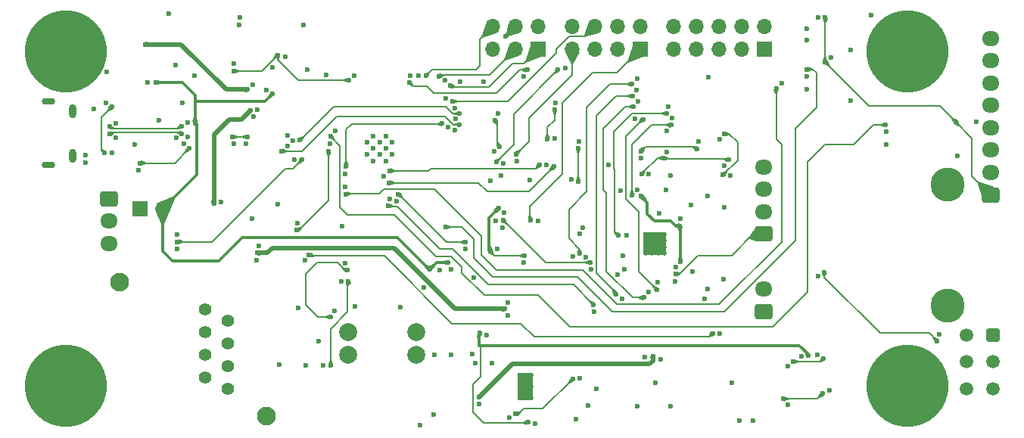
<source format=gbl>
%TF.GenerationSoftware,KiCad,Pcbnew,8.0.3-8.0.3-0~ubuntu22.04.1*%
%TF.CreationDate,2024-06-05T12:44:32+02:00*%
%TF.ProjectId,Drawer_Controller_v4,44726177-6572-45f4-936f-6e74726f6c6c,rev?*%
%TF.SameCoordinates,Original*%
%TF.FileFunction,Copper,L4,Bot*%
%TF.FilePolarity,Positive*%
%FSLAX46Y46*%
G04 Gerber Fmt 4.6, Leading zero omitted, Abs format (unit mm)*
G04 Created by KiCad (PCBNEW 8.0.3-8.0.3-0~ubuntu22.04.1) date 2024-06-05 12:44:32*
%MOMM*%
%LPD*%
G01*
G04 APERTURE LIST*
G04 Aperture macros list*
%AMRoundRect*
0 Rectangle with rounded corners*
0 $1 Rounding radius*
0 $2 $3 $4 $5 $6 $7 $8 $9 X,Y pos of 4 corners*
0 Add a 4 corners polygon primitive as box body*
4,1,4,$2,$3,$4,$5,$6,$7,$8,$9,$2,$3,0*
0 Add four circle primitives for the rounded corners*
1,1,$1+$1,$2,$3*
1,1,$1+$1,$4,$5*
1,1,$1+$1,$6,$7*
1,1,$1+$1,$8,$9*
0 Add four rect primitives between the rounded corners*
20,1,$1+$1,$2,$3,$4,$5,0*
20,1,$1+$1,$4,$5,$6,$7,0*
20,1,$1+$1,$6,$7,$8,$9,0*
20,1,$1+$1,$8,$9,$2,$3,0*%
G04 Aperture macros list end*
%TA.AperFunction,ComponentPad*%
%ADD10C,2.600000*%
%TD*%
%TA.AperFunction,ConnectorPad*%
%ADD11C,3.800000*%
%TD*%
%TA.AperFunction,ComponentPad*%
%ADD12O,1.500000X0.750000*%
%TD*%
%TA.AperFunction,ComponentPad*%
%ADD13O,0.800000X1.580000*%
%TD*%
%TA.AperFunction,ComponentPad*%
%ADD14RoundRect,0.250000X-0.725000X0.600000X-0.725000X-0.600000X0.725000X-0.600000X0.725000X0.600000X0*%
%TD*%
%TA.AperFunction,ComponentPad*%
%ADD15O,1.950000X1.700000*%
%TD*%
%TA.AperFunction,ComponentPad*%
%ADD16C,3.600000*%
%TD*%
%TA.AperFunction,ConnectorPad*%
%ADD17C,9.200000*%
%TD*%
%TA.AperFunction,ComponentPad*%
%ADD18R,1.700000X1.700000*%
%TD*%
%TA.AperFunction,ComponentPad*%
%ADD19O,1.700000X1.700000*%
%TD*%
%TA.AperFunction,ComponentPad*%
%ADD20C,0.600000*%
%TD*%
%TA.AperFunction,ComponentPad*%
%ADD21RoundRect,0.250000X0.725000X-0.600000X0.725000X0.600000X-0.725000X0.600000X-0.725000X-0.600000X0*%
%TD*%
%TA.AperFunction,HeatsinkPad*%
%ADD22C,0.500000*%
%TD*%
%TA.AperFunction,HeatsinkPad*%
%ADD23R,2.600000X2.600000*%
%TD*%
%TA.AperFunction,ComponentPad*%
%ADD24C,2.000000*%
%TD*%
%TA.AperFunction,ComponentPad*%
%ADD25RoundRect,0.250001X-0.499999X0.499999X-0.499999X-0.499999X0.499999X-0.499999X0.499999X0.499999X0*%
%TD*%
%TA.AperFunction,ComponentPad*%
%ADD26C,1.500000*%
%TD*%
%TA.AperFunction,HeatsinkPad*%
%ADD27R,1.800000X3.100000*%
%TD*%
%TA.AperFunction,ComponentPad*%
%ADD28C,1.408000*%
%TD*%
%TA.AperFunction,ComponentPad*%
%ADD29C,2.100000*%
%TD*%
%TA.AperFunction,ViaPad*%
%ADD30C,0.600000*%
%TD*%
%TA.AperFunction,Conductor*%
%ADD31C,0.180000*%
%TD*%
%TA.AperFunction,Conductor*%
%ADD32C,0.500000*%
%TD*%
%TA.AperFunction,Conductor*%
%ADD33C,0.350000*%
%TD*%
%TA.AperFunction,Conductor*%
%ADD34C,0.200000*%
%TD*%
%TA.AperFunction,Conductor*%
%ADD35C,0.153000*%
%TD*%
G04 APERTURE END LIST*
D10*
%TO.P,H6,1*%
%TO.N,N/C*%
X203500000Y-133250000D03*
D11*
X203500000Y-133250000D03*
%TD*%
D12*
%TO.P,X7,6,Shield*%
%TO.N,GND*%
X102925000Y-110425000D03*
D13*
X105625000Y-111450000D03*
X105625000Y-116450000D03*
D12*
X102925000Y-117475000D03*
%TD*%
D14*
%TO.P,X5,1,Pin_1*%
%TO.N,+5V*%
X109700000Y-121300000D03*
D15*
%TO.P,X5,2,Pin_2*%
%TO.N,GND*%
X109700000Y-123800000D03*
%TO.P,X5,3,Pin_3*%
%TO.N,/LED_Din*%
X109700000Y-126300000D03*
%TD*%
D10*
%TO.P,H5,1*%
%TO.N,N/C*%
X203500000Y-119700000D03*
D11*
X203500000Y-119700000D03*
%TD*%
D16*
%TO.P,H2,1*%
%TO.N,N/C*%
X104800000Y-142200000D03*
D17*
X104800000Y-142200000D03*
%TD*%
D16*
%TO.P,H3,1*%
%TO.N,N/C*%
X199000000Y-104800000D03*
D17*
X199000000Y-104800000D03*
%TD*%
D18*
%TO.P,J3,1,Pin_1*%
%TO.N,+5V*%
X169130000Y-104540000D03*
D19*
%TO.P,J3,2,Pin_2*%
%TO.N,+3V3*%
X169130000Y-102000000D03*
%TO.P,J3,3,Pin_3*%
%TO.N,GND*%
X166590000Y-104540000D03*
%TO.P,J3,4,Pin_4*%
X166590000Y-102000000D03*
%TO.P,J3,5,Pin_5*%
%TO.N,SPI_SI*%
X164050000Y-104540000D03*
%TO.P,J3,6,Pin_6*%
%TO.N,SPI_CS*%
X164050000Y-102000000D03*
%TO.P,J3,7,Pin_7*%
%TO.N,SPI_SO*%
X161510000Y-104540000D03*
%TO.P,J3,8,Pin_8*%
%TO.N,SPI_SCK*%
X161510000Y-102000000D03*
%TD*%
D18*
%TO.P,J2,1,Pin_1*%
%TO.N,JTAG_TDO*%
X157700000Y-104540000D03*
D19*
%TO.P,J2,2,Pin_2*%
%TO.N,JTAG_TMS*%
X157700000Y-102000000D03*
%TO.P,J2,3,Pin_3*%
%TO.N,JTAG_TCK*%
X155160000Y-104540000D03*
%TO.P,J2,4,Pin_4*%
%TO.N,GND*%
X155160000Y-102000000D03*
%TO.P,J2,5,Pin_5*%
%TO.N,EN_ESP32*%
X152620000Y-104540000D03*
%TO.P,J2,6,Pin_6*%
%TO.N,JTAG_TDI*%
X152620000Y-102000000D03*
%TD*%
D20*
%TO.P,U6,39,GND*%
%TO.N,GND*%
X138550000Y-114950000D03*
X138550000Y-116350000D03*
X139250000Y-114250000D03*
X139250000Y-115650000D03*
X139250000Y-117050000D03*
X139950000Y-114950000D03*
X139950000Y-116350000D03*
X140650000Y-114250000D03*
X140650000Y-115650000D03*
X140650000Y-117050000D03*
X141350000Y-114950000D03*
X141350000Y-116350000D03*
%TD*%
D21*
%TO.P,X3,1,Pin_1*%
%TO.N,+5V*%
X208300000Y-120850000D03*
D15*
%TO.P,X3,2,Pin_2*%
%TO.N,GND*%
X208300000Y-118350000D03*
%TO.P,X3,3,Pin_3*%
%TO.N,Drawer_1_N+*%
X208300000Y-115850000D03*
%TO.P,X3,4,Pin_4*%
%TO.N,Drawer_1_N-*%
X208300000Y-113350000D03*
%TO.P,X3,5,Pin_5*%
%TO.N,Drawer_1_B+*%
X208300000Y-110850000D03*
%TO.P,X3,6,Pin_6*%
%TO.N,Drawer_1_B-*%
X208300000Y-108350000D03*
%TO.P,X3,7,Pin_7*%
%TO.N,Drawer_1_A+*%
X208300000Y-105850000D03*
%TO.P,X3,8,Pin_8*%
%TO.N,Drawer_1_A-*%
X208300000Y-103350000D03*
%TD*%
D16*
%TO.P,H1,1*%
%TO.N,N/C*%
X104800000Y-104800000D03*
D17*
X104800000Y-104800000D03*
%TD*%
D22*
%TO.P,U8,29,EXP*%
%TO.N,GND*%
X171800000Y-125300000D03*
X171100000Y-125300000D03*
X170400000Y-125300000D03*
X169700000Y-125300000D03*
X171800000Y-126000000D03*
X171100000Y-126000000D03*
X170400000Y-126000000D03*
X169700000Y-126000000D03*
D23*
X170750000Y-126350000D03*
D22*
X171800000Y-126700000D03*
X171100000Y-126700000D03*
X170400000Y-126700000D03*
X169700000Y-126700000D03*
X171800000Y-127400000D03*
X171100000Y-127400000D03*
X170400000Y-127400000D03*
X169700000Y-127400000D03*
%TD*%
D24*
%TO.P,S1,1*%
%TO.N,Net-(R13-Pad1)*%
X136430000Y-136230000D03*
%TO.P,S1,2*%
%TO.N,Net-(R12-Pad2)*%
X136430000Y-138770000D03*
%TO.P,S1,3*%
%TO.N,Vref*%
X144050000Y-136230000D03*
%TO.P,S1,4*%
X144050000Y-138770000D03*
%TD*%
D21*
%TO.P,X2,1,Pin_1*%
%TO.N,/Ext_Switch_Sensing_Drawer_1/Switch*%
X182900000Y-133900000D03*
D15*
%TO.P,X2,2,Pin_2*%
%TO.N,GND*%
X182900000Y-131400000D03*
%TD*%
D21*
%TO.P,X6,1,Pin_1*%
%TO.N,Drawer_1_OA2*%
X182900000Y-125250000D03*
D15*
%TO.P,X6,2,Pin_2*%
%TO.N,Drawer_1_OA1*%
X182900000Y-122750000D03*
%TO.P,X6,3,Pin_3*%
%TO.N,Drawer_1_OB1*%
X182900000Y-120250000D03*
%TO.P,X6,4,Pin_4*%
%TO.N,Drawer_1_OB2*%
X182900000Y-117750000D03*
%TD*%
D25*
%TO.P,X4,1,Pin_1*%
%TO.N,GND*%
X208580000Y-136550000D03*
D26*
%TO.P,X4,2,Pin_2*%
%TO.N,Lock_1_VDD_Close*%
X208580000Y-139550000D03*
%TO.P,X4,3,Pin_3*%
%TO.N,Lock_1_VDD_Open*%
X208580000Y-142550000D03*
%TO.P,X4,4,Pin_4*%
%TO.N,GND*%
X205580000Y-136550000D03*
%TO.P,X4,5,Pin_5*%
%TO.N,Switch_Output_Lock_1*%
X205580000Y-139550000D03*
%TO.P,X4,6,Pin_6*%
%TO.N,GND*%
X205580000Y-142550000D03*
%TD*%
D16*
%TO.P,H4,1*%
%TO.N,N/C*%
X199000000Y-142200000D03*
D17*
X199000000Y-142200000D03*
%TD*%
D18*
%TO.P,J1,1,Pin_1*%
%TO.N,pe_0_IO0_3*%
X183010000Y-104550000D03*
D19*
%TO.P,J1,2,Pin_2*%
%TO.N,GND*%
X183010000Y-102010000D03*
%TO.P,J1,3,Pin_3*%
%TO.N,pe_0_IO0_4*%
X180470000Y-104550000D03*
%TO.P,J1,4,Pin_4*%
%TO.N,GND*%
X180470000Y-102010000D03*
%TO.P,J1,5,Pin_5*%
%TO.N,pe_0_IO0_5*%
X177930000Y-104550000D03*
%TO.P,J1,6,Pin_6*%
%TO.N,GND*%
X177930000Y-102010000D03*
%TO.P,J1,7,Pin_7*%
%TO.N,pe_0_IO0_7*%
X175390000Y-104550000D03*
%TO.P,J1,8,Pin_8*%
%TO.N,GND*%
X175390000Y-102010000D03*
%TO.P,J1,9,Pin_9*%
%TO.N,pe_0_IO0_6*%
X172850000Y-104550000D03*
%TO.P,J1,10,Pin_10*%
%TO.N,GND*%
X172850000Y-102010000D03*
%TD*%
D18*
%TO.P,JP1,1,A*%
%TO.N,Net-(JP1-A)*%
X113125000Y-122400000D03*
D19*
%TO.P,JP1,2,B*%
%TO.N,+3V3*%
X115665000Y-122400000D03*
%TD*%
D22*
%TO.P,U3,9,AGND*%
%TO.N,GND*%
X155600000Y-141000000D03*
X155600000Y-142300000D03*
X155600000Y-143600000D03*
D27*
X156250000Y-142300000D03*
D22*
X156900000Y-141000000D03*
X156900000Y-142300000D03*
X156900000Y-143600000D03*
%TD*%
D28*
%TO.P,X1,1*%
%TO.N,VBUS_24V*%
X122990000Y-142535000D03*
%TO.P,X1,2*%
X120450000Y-141265000D03*
%TO.P,X1,3*%
%TO.N,GND*%
X122990000Y-139995000D03*
%TO.P,X1,4*%
%TO.N,CAN+*%
X120450000Y-138725000D03*
%TO.P,X1,5*%
%TO.N,CAN-*%
X122990000Y-137455000D03*
%TO.P,X1,6*%
%TO.N,GND*%
X120450000Y-136185000D03*
%TO.P,X1,7*%
X122990000Y-134915000D03*
%TO.P,X1,8*%
%TO.N,VBUS_24V*%
X120450000Y-133645000D03*
D29*
%TO.P,X1,SH*%
%TO.N,GND*%
X110850000Y-130590000D03*
X127250000Y-145590000D03*
%TD*%
D30*
%TO.N,GND*%
X169996614Y-131687772D03*
X190226369Y-142764753D03*
X109311860Y-110558046D03*
X168867592Y-110390000D03*
X176650000Y-120937500D03*
X154050000Y-103100000D03*
X176700000Y-107700000D03*
X130200048Y-114759022D03*
X124989999Y-115133839D03*
X143350000Y-107490000D03*
X172672321Y-112252709D03*
X172100000Y-116036889D03*
X140435421Y-118740000D03*
X156020986Y-128439531D03*
X125744637Y-108514826D03*
X204600000Y-116500000D03*
X124237500Y-101825000D03*
X153869168Y-122856592D03*
X147900000Y-129150000D03*
X206650000Y-112700000D03*
X187700000Y-107600000D03*
X107000000Y-117275000D03*
X130850000Y-133500000D03*
X147605388Y-113308771D03*
X178000003Y-136350000D03*
X152300000Y-119250000D03*
X196650000Y-115200000D03*
X196611358Y-113797646D03*
X188999997Y-101000000D03*
X167114445Y-127690000D03*
X125859930Y-112114461D03*
X127992194Y-106592194D03*
X110408453Y-112807499D03*
X202519778Y-136430778D03*
X181700000Y-146100000D03*
X167350000Y-129150000D03*
X163014839Y-127795816D03*
X108000000Y-111225000D03*
X117850000Y-110600000D03*
X157329693Y-146448343D03*
X172000000Y-120300000D03*
X115250000Y-112550000D03*
X142300000Y-133450000D03*
X153207772Y-111759456D03*
X161541643Y-127721111D03*
X134908771Y-133844612D03*
X178529461Y-117596991D03*
X118025303Y-115150242D03*
X172193109Y-110962901D03*
X122184467Y-121693107D03*
X168525000Y-112339999D03*
X164200000Y-142600000D03*
X131700000Y-139900000D03*
X141850000Y-121550000D03*
X133150000Y-137200000D03*
X135750000Y-124400000D03*
X189000672Y-129913515D03*
X174800000Y-121987500D03*
X109400000Y-107100000D03*
X129364999Y-105365000D03*
X163610343Y-129224272D03*
X152784313Y-116015687D03*
X126183528Y-128135262D03*
X162347240Y-141383563D03*
X131450000Y-101850000D03*
X159513695Y-114538879D03*
X154463049Y-145810000D03*
X172100000Y-113700000D03*
X180200000Y-146100000D03*
X163250000Y-144400000D03*
X172450000Y-144500000D03*
X118507104Y-114374176D03*
X157646717Y-123772429D03*
X144500000Y-146600000D03*
X166550000Y-129750000D03*
X158638110Y-117496921D03*
X148350000Y-111150000D03*
X146650000Y-129250000D03*
X173553215Y-123551769D03*
X109974953Y-116146928D03*
X151919603Y-136592523D03*
X131550242Y-128174697D03*
X148368507Y-113597929D03*
X116375000Y-100575000D03*
X171350000Y-139250000D03*
X131850000Y-106850000D03*
X167550000Y-125400000D03*
X187700000Y-102250000D03*
X153705107Y-124489494D03*
X119250000Y-107500000D03*
X176300000Y-132510000D03*
X190424697Y-105500242D03*
X128750000Y-139875000D03*
X188921238Y-138776579D03*
X192650000Y-110300000D03*
X187100000Y-138900000D03*
X107000000Y-116425000D03*
X150450000Y-130100000D03*
X156756238Y-119184358D03*
X144850000Y-131250000D03*
X163896126Y-133954855D03*
X162350000Y-125200000D03*
X136090000Y-119975478D03*
X152500000Y-139725000D03*
X141051209Y-121294645D03*
X134350000Y-115150000D03*
X133950000Y-107410000D03*
X178500000Y-122250000D03*
X185600000Y-140000000D03*
X172988929Y-130523071D03*
X173040000Y-128924697D03*
X153550000Y-118650000D03*
X194900000Y-100700000D03*
X148950000Y-108200000D03*
X136090000Y-118492404D03*
X174925000Y-129475000D03*
X113950000Y-108300000D03*
X168750000Y-144500000D03*
X117100000Y-106300000D03*
X151550000Y-108150000D03*
X128550000Y-121900000D03*
X161398163Y-119076605D03*
X169600000Y-139050000D03*
X160685873Y-106700310D03*
X170050000Y-118550000D03*
X150625000Y-139700000D03*
X161900000Y-145950000D03*
X167050000Y-132510000D03*
X151100000Y-144300003D03*
X112550000Y-115200000D03*
X126296032Y-111320397D03*
X185585161Y-144336100D03*
X147345833Y-110048441D03*
X156043015Y-107563744D03*
X179150000Y-118700000D03*
X134985173Y-113705363D03*
X136105971Y-128523884D03*
X168752980Y-107885000D03*
X154307772Y-132884456D03*
X147950000Y-138750000D03*
X175596186Y-114903780D03*
X124287500Y-100975000D03*
X146000000Y-145450000D03*
X168698928Y-109137831D03*
X162675000Y-124525000D03*
X133650822Y-139969241D03*
X166860000Y-120350000D03*
X192650000Y-104650000D03*
X178000000Y-114650000D03*
X137116361Y-107490000D03*
X126400000Y-126550000D03*
X169200000Y-116750000D03*
X178450000Y-130300000D03*
X130445910Y-116869703D03*
X117300000Y-125299997D03*
X127284358Y-109106239D03*
X146050000Y-138750000D03*
X144302251Y-107490000D03*
X135649997Y-130550000D03*
X149539515Y-126924934D03*
X123667624Y-115132244D03*
X130761357Y-124002354D03*
X171250000Y-122950000D03*
X147250000Y-108050000D03*
X184890000Y-108358046D03*
X150300000Y-138700000D03*
X123650000Y-106199997D03*
X154307772Y-134315544D03*
X159588797Y-110527545D03*
X110414844Y-114457501D03*
X153792402Y-117310000D03*
X152942542Y-123786929D03*
X148400622Y-112375001D03*
X125650000Y-123500000D03*
X137150000Y-133300000D03*
X179330000Y-141870000D03*
X176650000Y-131350000D03*
X129625000Y-114200000D03*
X117300000Y-126900003D03*
X155287184Y-117096679D03*
X172500000Y-118700000D03*
X153069222Y-126930222D03*
X187700000Y-109050000D03*
X112986837Y-118083187D03*
X117171124Y-114494488D03*
X168790000Y-120313050D03*
X129620533Y-115360000D03*
X171004177Y-130600000D03*
X118491025Y-112746902D03*
X165553098Y-117490000D03*
X170800000Y-141900000D03*
X187700000Y-103500000D03*
X162217255Y-114852829D03*
%TO.N,+5V*%
X125150000Y-109050000D03*
X156850000Y-123700000D03*
X121400000Y-121850000D03*
X187900000Y-138800000D03*
X153950000Y-133600000D03*
X189800000Y-101000000D03*
X204400000Y-112700000D03*
X189800000Y-106000000D03*
X151175000Y-136300000D03*
X126286863Y-127341962D03*
X113750000Y-104000000D03*
X156539573Y-146322982D03*
X125500000Y-111400000D03*
%TO.N,+3V3*%
X147600000Y-128408378D03*
X169249997Y-118550000D03*
X171700000Y-116750000D03*
X179000000Y-116950000D03*
X162150000Y-115650000D03*
X162150000Y-119350000D03*
X156150000Y-127650000D03*
X114934602Y-108270000D03*
X153350000Y-115450000D03*
X119291017Y-112750972D03*
X127950000Y-109550000D03*
X152850000Y-112475000D03*
X152300000Y-127150000D03*
X145575000Y-129150000D03*
X153250000Y-122350000D03*
%TO.N,+24V*%
X169200000Y-121000000D03*
X173500000Y-124350000D03*
X173600000Y-128300000D03*
X170500000Y-138950000D03*
X151100000Y-143500000D03*
%TO.N,/Power Stage/VCC*%
X161550000Y-141450000D03*
X155150000Y-145400000D03*
%TO.N,IO0_BTN*%
X136500000Y-108000000D03*
X149550000Y-126125000D03*
X128550000Y-105200000D03*
X142029888Y-120770485D03*
X123650000Y-107000000D03*
%TO.N,Net-(JP1-A)*%
X109175000Y-116155867D03*
X109967086Y-111017048D03*
%TO.N,EN_ESP32*%
X125150000Y-114350000D03*
X123500000Y-114350000D03*
%TO.N,Sense_Lock_1*%
X140950000Y-119500000D03*
X159412562Y-117697492D03*
%TO.N,Switch_Output_Lock_1*%
X189700000Y-129525000D03*
X202300000Y-137200000D03*
%TO.N,Drawer_DAC_VREF*%
X163888345Y-133154891D03*
X140875000Y-122075000D03*
%TO.N,Sense_Input_Drawer_Closed_1*%
X130700000Y-124800000D03*
X132050000Y-127550000D03*
X177200000Y-136350000D03*
X134250000Y-116000000D03*
%TO.N,USB_D+*%
X117800000Y-114000000D03*
X109708382Y-114057500D03*
%TO.N,USB_D-*%
X117800000Y-113150000D03*
X109708382Y-113207500D03*
%TO.N,SPI_SO*%
X155224930Y-116299103D03*
%TO.N,SPI_CS*%
X146950000Y-112850000D03*
X148062816Y-110403321D03*
X136200000Y-117700000D03*
%TO.N,SPI_SCK*%
X159900000Y-106850000D03*
X153000000Y-117200000D03*
%TO.N,JTAG_TDO*%
X147850000Y-108650000D03*
%TO.N,JTAG_TCK*%
X146575000Y-107575000D03*
%TO.N,JTAG_TMS*%
X156450000Y-106875000D03*
X143278854Y-108286833D03*
%TO.N,JTAG_TDI*%
X145100000Y-107550000D03*
%TO.N,Net-(Q4-D)*%
X185100000Y-143700000D03*
X189500000Y-143100000D03*
%TO.N,RTS*%
X113150000Y-117300000D03*
X118650000Y-115650000D03*
%TO.N,CAN+*%
X134450000Y-139900000D03*
X136450000Y-130550000D03*
%TO.N,CAN-*%
X134450000Y-134500000D03*
X136300000Y-129300000D03*
%TO.N,RXD0*%
X148900000Y-113000000D03*
X129000000Y-115950000D03*
%TO.N,TXD0*%
X148900000Y-111750000D03*
X131000000Y-114750000D03*
%TO.N,SDA*%
X159525000Y-111325000D03*
X158715533Y-114593107D03*
%TO.N,Drawer_1_~EN_TMC2209*%
X178525000Y-114025000D03*
X178352354Y-118638642D03*
%TO.N,Drawer_1_DIAG*%
X172050000Y-111749999D03*
X166649997Y-125400000D03*
%TO.N,UART2_RX*%
X163500000Y-128431916D03*
X153750000Y-123680729D03*
%TO.N,LED_D_in*%
X117300000Y-126100000D03*
X131250000Y-116900000D03*
%TO.N,pe_0_~INT*%
X141050000Y-118150000D03*
X175437263Y-115687838D03*
X169200000Y-115949997D03*
X157800000Y-117500000D03*
%TO.N,Drawer_1_Encoder_A*%
X136163030Y-120772140D03*
X184300000Y-108950000D03*
%TO.N,Drawer_1_Encoder_B*%
X187700000Y-106799997D03*
X147300000Y-124450000D03*
%TO.N,Drawer_1_SPREAD*%
X168200000Y-120900000D03*
X172558771Y-113044612D03*
%TO.N,Drawer_1_INDEX*%
X162293935Y-127448969D03*
X168200000Y-108475000D03*
%TO.N,Drawer_1_DIR*%
X170950000Y-131500000D03*
X169400000Y-112400000D03*
%TO.N,Drawer_1_STEP*%
X168250000Y-109800000D03*
X166400000Y-131950000D03*
%TO.N,Drawer_1_Encoder_N*%
X196550000Y-113000000D03*
X134450000Y-114300000D03*
%TO.N,Drawer_1_STDBY_TMC2209*%
X169564348Y-132360936D03*
X168350000Y-111000000D03*
%TO.N,Drawer_1_OA2*%
X173040000Y-129724700D03*
%TO.N,Net-(Q2-D)*%
X186224697Y-139500242D03*
X189600000Y-139200000D03*
%TD*%
D31*
%TO.N,GND*%
X154060000Y-103100000D02*
X155160000Y-102000000D01*
X154050000Y-103100000D02*
X154060000Y-103100000D01*
D32*
%TO.N,+5V*%
X122750000Y-109050000D02*
X125150000Y-109050000D01*
D31*
X156462555Y-146400000D02*
X156539573Y-146322982D01*
D32*
X121400000Y-121850000D02*
X121400000Y-114150000D01*
X124450000Y-112450000D02*
X125500000Y-111400000D01*
D33*
X187900000Y-138700000D02*
X187900000Y-138800000D01*
D32*
X127919690Y-126800000D02*
X141550000Y-126800000D01*
D31*
X206200000Y-118750000D02*
X206200000Y-114500000D01*
X151215000Y-137890000D02*
X151215000Y-141210000D01*
D33*
X151025000Y-137700000D02*
X186900000Y-137700000D01*
D31*
X156700000Y-122150000D02*
X160350000Y-118500000D01*
D33*
X151025000Y-137700000D02*
X151025000Y-136450000D01*
D31*
X204400000Y-112700000D02*
X202600000Y-110900000D01*
X156850000Y-123700000D02*
X156700000Y-123550000D01*
X166470000Y-107200000D02*
X169130000Y-104540000D01*
X150400000Y-142025000D02*
X150400000Y-145200000D01*
X169200000Y-104510000D02*
X169180000Y-104490000D01*
D32*
X121400000Y-114150000D02*
X123100000Y-112450000D01*
X127377728Y-127341962D02*
X127919690Y-126800000D01*
X113750000Y-104000000D02*
X117700000Y-104000000D01*
D33*
X186900000Y-137700000D02*
X187900000Y-138700000D01*
D31*
X160350000Y-118500000D02*
X160350000Y-110600000D01*
X150400000Y-145200000D02*
X151600000Y-146400000D01*
D32*
X117700000Y-104000000D02*
X122750000Y-109050000D01*
X148350000Y-133600000D02*
X153950000Y-133600000D01*
X123100000Y-112450000D02*
X124450000Y-112450000D01*
D31*
X189800000Y-106000000D02*
X189800000Y-101000000D01*
X160350000Y-110600000D02*
X163750000Y-107200000D01*
X163750000Y-107200000D02*
X166470000Y-107200000D01*
X151215000Y-141210000D02*
X150400000Y-142025000D01*
X208300000Y-120850000D02*
X206200000Y-118750000D01*
X194700000Y-110900000D02*
X189800000Y-106000000D01*
X206200000Y-114500000D02*
X204400000Y-112700000D01*
D32*
X141550000Y-126800000D02*
X148350000Y-133600000D01*
D31*
X151600000Y-146400000D02*
X156462555Y-146400000D01*
X151025000Y-137700000D02*
X151215000Y-137890000D01*
D33*
X151025000Y-136450000D02*
X151175000Y-136300000D01*
D31*
X202600000Y-110900000D02*
X194700000Y-110900000D01*
X156700000Y-123550000D02*
X156700000Y-122150000D01*
D32*
X126286863Y-127341962D02*
X127377728Y-127341962D01*
D33*
%TO.N,+3V3*%
X119500000Y-112959955D02*
X119291017Y-112750972D01*
X152300000Y-127150000D02*
X152200000Y-127050000D01*
X121950000Y-128250000D02*
X116800000Y-128250000D01*
X152200000Y-127050000D02*
X152200000Y-123400000D01*
X119291017Y-109691017D02*
X119291017Y-110400000D01*
X145575000Y-129150000D02*
X145500000Y-129150000D01*
D31*
X153075000Y-115175000D02*
X153350000Y-115450000D01*
D33*
X115665000Y-127115000D02*
X115665000Y-122400000D01*
D31*
X178850000Y-116800000D02*
X179000000Y-116950000D01*
X169460000Y-118339997D02*
X169249997Y-118550000D01*
X152800000Y-127650000D02*
X152300000Y-127150000D01*
X171700000Y-116750000D02*
X171750000Y-116800000D01*
D33*
X114964602Y-108300000D02*
X117900000Y-108300000D01*
X145500000Y-129150000D02*
X141950000Y-125600000D01*
D31*
X171015613Y-116750000D02*
X169460000Y-118305613D01*
X169460000Y-118305613D02*
X169460000Y-118339997D01*
D33*
X124600000Y-125600000D02*
X121950000Y-128250000D01*
D31*
X162150000Y-115650000D02*
X162150000Y-119350000D01*
X153075000Y-112700000D02*
X153075000Y-115175000D01*
D33*
X127100000Y-110400000D02*
X127950000Y-109550000D01*
X119291017Y-110400000D02*
X127100000Y-110400000D01*
X119291017Y-110400000D02*
X119291017Y-112750972D01*
X146316622Y-128408378D02*
X147600000Y-128408378D01*
D31*
X156150000Y-127650000D02*
X152800000Y-127650000D01*
D33*
X145575000Y-129150000D02*
X146316622Y-128408378D01*
D31*
X171700000Y-116750000D02*
X171015613Y-116750000D01*
D33*
X116800000Y-128250000D02*
X115665000Y-127115000D01*
X114934602Y-108270000D02*
X114964602Y-108300000D01*
X152200000Y-123400000D02*
X153250000Y-122350000D01*
X141950000Y-125600000D02*
X124600000Y-125600000D01*
X119500000Y-118565000D02*
X119500000Y-112959955D01*
X115665000Y-122400000D02*
X119500000Y-118565000D01*
X117900000Y-108300000D02*
X119291017Y-109691017D01*
D31*
X171750000Y-116800000D02*
X178850000Y-116800000D01*
X152850000Y-112475000D02*
X153075000Y-112700000D01*
D33*
%TO.N,+24V*%
X170700000Y-123800000D02*
X169900000Y-123000000D01*
X173050000Y-124350000D02*
X172500000Y-123800000D01*
X169900000Y-123000000D02*
X169900000Y-121700000D01*
X169900000Y-121700000D02*
X169200000Y-121000000D01*
D32*
X154800000Y-139800000D02*
X151100000Y-143500000D01*
X170150000Y-139800000D02*
X154800000Y-139800000D01*
X170500000Y-139450000D02*
X170150000Y-139800000D01*
D33*
X173600000Y-124450000D02*
X173500000Y-124350000D01*
D32*
X170500000Y-138950000D02*
X170500000Y-139450000D01*
D33*
X172500000Y-123800000D02*
X170700000Y-123800000D01*
X173500000Y-124350000D02*
X173050000Y-124350000D01*
X173600000Y-128300000D02*
X173600000Y-124450000D01*
D31*
%TO.N,/Power Stage/VCC*%
X158200000Y-144800000D02*
X161550000Y-141450000D01*
X155150000Y-145400000D02*
X155450000Y-145400000D01*
X155450000Y-145400000D02*
X156050000Y-144800000D01*
X156050000Y-144800000D02*
X158200000Y-144800000D01*
%TO.N,IO0_BTN*%
X142070485Y-120770485D02*
X142029888Y-120770485D01*
X130850000Y-108000000D02*
X128550000Y-105700000D01*
X126750000Y-107000000D02*
X123650000Y-107000000D01*
X147425000Y-126125000D02*
X142070485Y-120770485D01*
X136500000Y-108000000D02*
X130850000Y-108000000D01*
X128550000Y-105200000D02*
X126750000Y-107000000D01*
X128550000Y-105700000D02*
X128550000Y-105200000D01*
X149550000Y-126125000D02*
X147425000Y-126125000D01*
%TO.N,Net-(JP1-A)*%
X109175000Y-116155867D02*
X108802499Y-115783366D01*
X108802499Y-115783366D02*
X108802499Y-112181635D01*
X108802499Y-112181635D02*
X109967086Y-111017048D01*
%TO.N,EN_ESP32*%
X123500000Y-114350000D02*
X125150000Y-114350000D01*
%TO.N,Sense_Lock_1*%
X159412562Y-117697492D02*
X156660054Y-120450000D01*
X151015613Y-119500000D02*
X140950000Y-119500000D01*
X151965613Y-120450000D02*
X151015613Y-119500000D01*
X156660054Y-120450000D02*
X151965613Y-120450000D01*
%TO.N,Switch_Output_Lock_1*%
X189700000Y-129525000D02*
X189700000Y-130100000D01*
X189700000Y-130100000D02*
X195900000Y-136300000D01*
X195900000Y-136300000D02*
X201400000Y-136300000D01*
X201400000Y-136300000D02*
X202300000Y-137200000D01*
%TO.N,Drawer_DAC_VREF*%
X141940000Y-122140000D02*
X140940000Y-122140000D01*
X140940000Y-122140000D02*
X140875000Y-122075000D01*
X148084387Y-126900000D02*
X146700000Y-126900000D01*
X163888345Y-133154891D02*
X163888345Y-133138345D01*
X146700000Y-126900000D02*
X141940000Y-122140000D01*
X163888345Y-133138345D02*
X161650000Y-130900000D01*
X161650000Y-130900000D02*
X152084387Y-130900000D01*
X152084387Y-130900000D02*
X148084387Y-126900000D01*
%TO.N,Sense_Input_Drawer_Closed_1*%
X140465613Y-127700000D02*
X132200000Y-127700000D01*
X176800000Y-136750000D02*
X157250000Y-136750000D01*
X134250000Y-121450000D02*
X134250000Y-116000000D01*
X130700000Y-124800000D02*
X130900000Y-124800000D01*
X155750000Y-135250000D02*
X148015613Y-135250000D01*
X148015613Y-135250000D02*
X140465613Y-127700000D01*
X132200000Y-127700000D02*
X132050000Y-127550000D01*
X177200000Y-136350000D02*
X176800000Y-136750000D01*
X130900000Y-124800000D02*
X134250000Y-121450000D01*
X157250000Y-136750000D02*
X155750000Y-135250000D01*
D34*
%TO.N,USB_D+*%
X109908381Y-113857501D02*
X117657501Y-113857501D01*
X117657501Y-113857501D02*
X117800000Y-114000000D01*
X109708382Y-114057500D02*
X109908381Y-113857501D01*
%TO.N,USB_D-*%
X117542501Y-113407499D02*
X117800000Y-113150000D01*
X109908381Y-113407499D02*
X117542501Y-113407499D01*
X109708382Y-113207500D02*
X109908381Y-113407499D01*
D31*
%TO.N,SPI_SO*%
X156650000Y-114874033D02*
X156650000Y-112250000D01*
X155224930Y-116299103D02*
X156650000Y-114874033D01*
X156650000Y-112250000D02*
X156800000Y-112100000D01*
X161510000Y-107440000D02*
X161510000Y-104540000D01*
X156800000Y-112100000D02*
X156850000Y-112100000D01*
X156850000Y-112100000D02*
X161510000Y-107440000D01*
%TO.N,SPI_CS*%
X159675000Y-104575000D02*
X161110000Y-103140000D01*
X162910000Y-103140000D02*
X164050000Y-102000000D01*
X136200000Y-113550000D02*
X136800000Y-112950000D01*
X161110000Y-103140000D02*
X162910000Y-103140000D01*
X136800000Y-112950000D02*
X147050000Y-112950000D01*
X159675000Y-104992575D02*
X159675000Y-104575000D01*
X154264254Y-110403321D02*
X159675000Y-104992575D01*
X148062816Y-110403321D02*
X154264254Y-110403321D01*
X136200000Y-117700000D02*
X136200000Y-113550000D01*
%TO.N,SPI_SCK*%
X154950000Y-115250000D02*
X154950000Y-111800000D01*
X153000000Y-117200000D02*
X154950000Y-115250000D01*
X154950000Y-111800000D02*
X159900000Y-106850000D01*
%TO.N,JTAG_TDO*%
X147990000Y-108790000D02*
X152160000Y-108790000D01*
X152160000Y-108790000D02*
X154800000Y-106150000D01*
X147850000Y-108650000D02*
X147990000Y-108790000D01*
X154800000Y-106150000D02*
X156090000Y-106150000D01*
X156090000Y-106150000D02*
X157700000Y-104540000D01*
%TO.N,JTAG_TCK*%
X146700000Y-107450000D02*
X152250000Y-107450000D01*
X146575000Y-107575000D02*
X146700000Y-107450000D01*
X152250000Y-107450000D02*
X155160000Y-104540000D01*
%TO.N,JTAG_TMS*%
X153025000Y-109450000D02*
X145950000Y-109450000D01*
X145950000Y-109450000D02*
X145200000Y-108700000D01*
X156450000Y-106875000D02*
X155600000Y-106875000D01*
X143692021Y-108700000D02*
X143278854Y-108286833D01*
X155600000Y-106875000D02*
X153025000Y-109450000D01*
X145200000Y-108700000D02*
X143692021Y-108700000D01*
%TO.N,JTAG_TDI*%
X152620000Y-102000000D02*
X151150000Y-103470000D01*
X151150000Y-103470000D02*
X151150000Y-106400000D01*
X150700000Y-106850000D02*
X145800000Y-106850000D01*
X151150000Y-106400000D02*
X150700000Y-106850000D01*
X145800000Y-106850000D02*
X145100000Y-107550000D01*
%TO.N,Net-(Q4-D)*%
X188900000Y-143700000D02*
X189500000Y-143100000D01*
X185100000Y-143700000D02*
X188900000Y-143700000D01*
%TO.N,RTS*%
X118650000Y-115650000D02*
X117000000Y-117300000D01*
X117000000Y-117300000D02*
X113150000Y-117300000D01*
D35*
%TO.N,CAN+*%
X136350000Y-133950000D02*
X136350000Y-130650000D01*
X136350000Y-130650000D02*
X136450000Y-130550000D01*
X134450000Y-139900000D02*
X134450000Y-135850000D01*
X134450000Y-135850000D02*
X136350000Y-133950000D01*
%TO.N,CAN-*%
X131700000Y-133200000D02*
X131700000Y-129700000D01*
X135216792Y-128450000D02*
X136066792Y-129300000D01*
X134450000Y-134500000D02*
X133000000Y-134500000D01*
X131700000Y-129700000D02*
X132950000Y-128450000D01*
X133000000Y-134500000D02*
X131700000Y-133200000D01*
X132950000Y-128450000D02*
X135216792Y-128450000D01*
X136066792Y-129300000D02*
X136300000Y-129300000D01*
D31*
%TO.N,RXD0*%
X148191234Y-113000000D02*
X148900000Y-113000000D01*
X135150000Y-112050000D02*
X147241234Y-112050000D01*
X131250000Y-115950000D02*
X135150000Y-112050000D01*
X129000000Y-115950000D02*
X131250000Y-115950000D01*
X147241234Y-112050000D02*
X148191234Y-113000000D01*
%TO.N,TXD0*%
X148115613Y-111750000D02*
X148900000Y-111750000D01*
X147365613Y-111000000D02*
X148115613Y-111750000D01*
X131050000Y-114750000D02*
X134800000Y-111000000D01*
X134800000Y-111000000D02*
X147365613Y-111000000D01*
X131000000Y-114750000D02*
X131050000Y-114750000D01*
%TO.N,SDA*%
X159525000Y-112490842D02*
X158715533Y-113300309D01*
X159525000Y-111325000D02*
X159525000Y-112490842D01*
X158715533Y-113300309D02*
X158715533Y-114593107D01*
%TO.N,Drawer_1_~EN_TMC2209*%
X180000000Y-115000000D02*
X180000000Y-116990996D01*
X178525000Y-114025000D02*
X179025000Y-114025000D01*
X180000000Y-116990996D02*
X178352354Y-118638642D01*
X179025000Y-114025000D02*
X180000000Y-115000000D01*
%TO.N,Drawer_1_DIAG*%
X166200000Y-117992314D02*
X166143098Y-117935412D01*
X166143098Y-113806902D02*
X168200001Y-111749999D01*
X168200001Y-111749999D02*
X172050000Y-111749999D01*
X166649997Y-125400000D02*
X166200000Y-124950003D01*
X166200000Y-124950003D02*
X166200000Y-117992314D01*
X166143098Y-117935412D02*
X166143098Y-113806902D01*
%TO.N,UART2_RX*%
X158481916Y-128431916D02*
X163500000Y-128431916D01*
X153750000Y-123700000D02*
X158481916Y-128431916D01*
X153750000Y-123680729D02*
X153750000Y-123700000D01*
%TO.N,LED_D_in*%
X129350000Y-117950000D02*
X130200000Y-117950000D01*
X117300000Y-126100000D02*
X121200000Y-126100000D01*
X121200000Y-126100000D02*
X129350000Y-117950000D01*
X130200000Y-117950000D02*
X131250000Y-116900000D01*
%TO.N,pe_0_~INT*%
X175437263Y-115687838D02*
X175196314Y-115446889D01*
X169703108Y-115446889D02*
X169200000Y-115949997D01*
X145400000Y-118150000D02*
X141050000Y-118150000D01*
X157800000Y-117500000D02*
X157400000Y-117900000D01*
X175196314Y-115446889D02*
X169703108Y-115446889D01*
X145650000Y-117900000D02*
X145400000Y-118150000D01*
X157400000Y-117900000D02*
X145650000Y-117900000D01*
%TO.N,Drawer_1_Encoder_A*%
X136163030Y-120772140D02*
X136185170Y-120750000D01*
X162650000Y-129250000D02*
X166500000Y-133100000D01*
X184300000Y-114650000D02*
X184300000Y-108950000D01*
X151300000Y-125450000D02*
X151300000Y-127550000D01*
X153000000Y-129250000D02*
X162650000Y-129250000D01*
X139850000Y-120750000D02*
X140419515Y-120180485D01*
X151300000Y-127550000D02*
X153000000Y-129250000D01*
X184900000Y-115250000D02*
X184300000Y-114650000D01*
X166500000Y-133100000D02*
X177900000Y-133100000D01*
X184900000Y-126100000D02*
X184900000Y-115250000D01*
X177900000Y-133100000D02*
X184900000Y-126100000D01*
X140419515Y-120180485D02*
X146030485Y-120180485D01*
X136185170Y-120750000D02*
X139850000Y-120750000D01*
X146030485Y-120180485D02*
X151300000Y-125450000D01*
%TO.N,Drawer_1_Encoder_B*%
X186450000Y-125956399D02*
X178506399Y-133900000D01*
X150450000Y-127900000D02*
X150450000Y-125800000D01*
X188399997Y-106799997D02*
X188800000Y-107200000D01*
X188800000Y-107200000D02*
X188800000Y-111100000D01*
X188800000Y-111100000D02*
X186450000Y-113450000D01*
X150450000Y-125800000D02*
X149100000Y-124450000D01*
X187700000Y-106799997D02*
X188399997Y-106799997D01*
X152550000Y-130000000D02*
X150450000Y-127900000D01*
X162100000Y-130000000D02*
X152550000Y-130000000D01*
X166000000Y-133900000D02*
X162100000Y-130000000D01*
X178506399Y-133900000D02*
X166000000Y-133900000D01*
X149100000Y-124450000D02*
X147300000Y-124450000D01*
X186450000Y-113450000D02*
X186450000Y-125956399D01*
%TO.N,Drawer_1_SPREAD*%
X168200000Y-115250000D02*
X170405388Y-113044612D01*
X170405388Y-113044612D02*
X172558771Y-113044612D01*
X168200000Y-120900000D02*
X168200000Y-115250000D01*
%TO.N,Drawer_1_INDEX*%
X161100000Y-125750000D02*
X162300000Y-126950000D01*
X161100000Y-122500000D02*
X161100000Y-125750000D01*
X162300000Y-126950000D02*
X162300000Y-127442904D01*
X163100000Y-111050000D02*
X163100000Y-120500000D01*
X163100000Y-120500000D02*
X161100000Y-122500000D01*
X168200000Y-108475000D02*
X165675000Y-108475000D01*
X162300000Y-127442904D02*
X162293935Y-127448969D01*
X165675000Y-108475000D02*
X163100000Y-111050000D01*
%TO.N,Drawer_1_DIR*%
X170950000Y-131450000D02*
X168900000Y-129400000D01*
X167450000Y-121300000D02*
X167450000Y-114300000D01*
X169350000Y-112400000D02*
X169400000Y-112400000D01*
X168900000Y-122750000D02*
X167450000Y-121300000D01*
X168900000Y-129400000D02*
X168900000Y-122750000D01*
X170950000Y-131500000D02*
X170950000Y-131450000D01*
X167450000Y-114300000D02*
X169350000Y-112400000D01*
%TO.N,Drawer_1_STEP*%
X166375000Y-109800000D02*
X168250000Y-109800000D01*
X166400000Y-131950000D02*
X166400000Y-131850000D01*
X166400000Y-131850000D02*
X164200343Y-129650343D01*
X164200343Y-111974657D02*
X166375000Y-109800000D01*
X164200343Y-129650343D02*
X164200343Y-111974657D01*
%TO.N,Drawer_1_Encoder_N*%
X141550000Y-123050000D02*
X146250000Y-127750000D01*
X193000000Y-115200000D02*
X195200000Y-113000000D01*
X149100000Y-128950000D02*
X149100000Y-129584387D01*
X157650000Y-132100000D02*
X161200000Y-135650000D01*
X135500000Y-122250000D02*
X136300000Y-123050000D01*
X195200000Y-113000000D02*
X196550000Y-113000000D01*
X146250000Y-127750000D02*
X147900000Y-127750000D01*
X183900000Y-135650000D02*
X187800000Y-131750000D01*
X135500000Y-115350000D02*
X135500000Y-122250000D01*
X136300000Y-123050000D02*
X141550000Y-123050000D01*
X161200000Y-135650000D02*
X183900000Y-135650000D01*
X151615613Y-132100000D02*
X157650000Y-132100000D01*
X149100000Y-129584387D02*
X151615613Y-132100000D01*
X189800000Y-115200000D02*
X193000000Y-115200000D01*
X147900000Y-127750000D02*
X149100000Y-128950000D01*
X187800000Y-131750000D02*
X187800000Y-117200000D01*
X187800000Y-117200000D02*
X189800000Y-115200000D01*
X134450000Y-114300000D02*
X135500000Y-115350000D01*
%TO.N,Drawer_1_STDBY_TMC2209*%
X164963098Y-113436902D02*
X164963098Y-120313098D01*
X165300000Y-120650000D02*
X165300000Y-129434390D01*
X167400000Y-111000000D02*
X164963098Y-113436902D01*
X164963098Y-120313098D02*
X165300000Y-120650000D01*
X168226546Y-132360936D02*
X169564348Y-132360936D01*
X168350000Y-111000000D02*
X167400000Y-111000000D01*
X165300000Y-129434390D02*
X168226546Y-132360936D01*
%TO.N,Drawer_1_OA2*%
X175550000Y-127650000D02*
X179350000Y-127650000D01*
X173040000Y-129724700D02*
X173475300Y-129724700D01*
X173475300Y-129724700D02*
X175550000Y-127650000D01*
X181750000Y-125250000D02*
X182900000Y-125250000D01*
X179350000Y-127650000D02*
X181750000Y-125250000D01*
%TO.N,Net-(Q2-D)*%
X186224697Y-139500242D02*
X189299758Y-139500242D01*
X189299758Y-139500242D02*
X189600000Y-139200000D01*
%TD*%
%TA.AperFunction,Conductor*%
%TO.N,USB_D+*%
G36*
X110225194Y-113760927D02*
G01*
X110228621Y-113769200D01*
X110228621Y-113952698D01*
X110225248Y-113960917D01*
X110162760Y-114024220D01*
X110160759Y-114025844D01*
X110083716Y-114075358D01*
X110083715Y-114075359D01*
X109989465Y-114184130D01*
X109977024Y-114211370D01*
X109974709Y-114214728D01*
X109928767Y-114261270D01*
X109920516Y-114264751D01*
X109912221Y-114261378D01*
X109710843Y-114060945D01*
X109707398Y-114052680D01*
X109707398Y-114052614D01*
X109707488Y-114025844D01*
X109708343Y-113769160D01*
X109711797Y-113760899D01*
X109720042Y-113757500D01*
X110216923Y-113757500D01*
X110225194Y-113760927D01*
G37*
%TD.AperFunction*%
%TD*%
%TA.AperFunction,Conductor*%
%TO.N,TXD0*%
G36*
X148783527Y-111477152D02*
G01*
X148789582Y-111483337D01*
X148899115Y-111745489D01*
X148899142Y-111754444D01*
X148899115Y-111754511D01*
X148789582Y-112016662D01*
X148783230Y-112022974D01*
X148774575Y-112023067D01*
X148752287Y-112014469D01*
X148747656Y-112011215D01*
X148731750Y-111992858D01*
X148610675Y-111915048D01*
X148541629Y-111894774D01*
X148472584Y-111874501D01*
X148472583Y-111874501D01*
X148391618Y-111874501D01*
X148387407Y-111873717D01*
X148307489Y-111842888D01*
X148301004Y-111836713D01*
X148300000Y-111831972D01*
X148300000Y-111668027D01*
X148303427Y-111659754D01*
X148307489Y-111657111D01*
X148322595Y-111651284D01*
X148326806Y-111650500D01*
X148421961Y-111650500D01*
X148560053Y-111609953D01*
X148681128Y-111532143D01*
X148704163Y-111505558D01*
X148708783Y-111502311D01*
X148774576Y-111476932D01*
X148783527Y-111477152D01*
G37*
%TD.AperFunction*%
%TD*%
%TA.AperFunction,Conductor*%
%TO.N,+5V*%
G36*
X189890246Y-105403427D02*
G01*
X189892889Y-105407489D01*
X189920561Y-105479225D01*
X189921226Y-105485100D01*
X189919050Y-105500241D01*
X189939531Y-105642697D01*
X189939532Y-105642699D01*
X189999320Y-105773615D01*
X190056135Y-105839184D01*
X190060707Y-105844460D01*
X190062781Y-105847911D01*
X190073067Y-105874575D01*
X190072847Y-105883527D01*
X190066662Y-105889582D01*
X189804511Y-105999115D01*
X189795556Y-105999142D01*
X189795489Y-105999115D01*
X189533337Y-105889582D01*
X189527025Y-105883230D01*
X189526932Y-105874576D01*
X189707111Y-105407488D01*
X189713286Y-105401004D01*
X189718027Y-105400000D01*
X189881973Y-105400000D01*
X189890246Y-105403427D01*
G37*
%TD.AperFunction*%
%TD*%
%TA.AperFunction,Conductor*%
%TO.N,TXD0*%
G36*
X131382588Y-114295009D02*
G01*
X131385925Y-114297344D01*
X131501876Y-114413295D01*
X131505303Y-114421568D01*
X131503992Y-114426950D01*
X131282090Y-114855296D01*
X131275241Y-114861065D01*
X131267257Y-114860737D01*
X131003815Y-114752563D01*
X130997463Y-114746251D01*
X130997436Y-114746184D01*
X130889819Y-114484098D01*
X130889846Y-114475143D01*
X130896198Y-114468831D01*
X130896621Y-114468667D01*
X131373644Y-114294626D01*
X131382588Y-114295009D01*
G37*
%TD.AperFunction*%
%TD*%
%TA.AperFunction,Conductor*%
%TO.N,CAN+*%
G36*
X134526951Y-139303427D02*
G01*
X134529490Y-139307229D01*
X134722708Y-139774422D01*
X134722703Y-139783376D01*
X134716407Y-139789689D01*
X134454511Y-139899115D01*
X134445556Y-139899142D01*
X134445489Y-139899115D01*
X134183592Y-139789689D01*
X134177280Y-139783337D01*
X134177291Y-139774422D01*
X134370510Y-139307229D01*
X134376839Y-139300893D01*
X134381322Y-139300000D01*
X134518678Y-139300000D01*
X134526951Y-139303427D01*
G37*
%TD.AperFunction*%
%TD*%
%TA.AperFunction,Conductor*%
%TO.N,Drawer_1_Encoder_N*%
G36*
X196433527Y-112727152D02*
G01*
X196439582Y-112733337D01*
X196549115Y-112995489D01*
X196549142Y-113004444D01*
X196549115Y-113004511D01*
X196439582Y-113266662D01*
X196433230Y-113272974D01*
X196424575Y-113273067D01*
X195957489Y-113092888D01*
X195951004Y-113086713D01*
X195950000Y-113081972D01*
X195950000Y-112918027D01*
X195953427Y-112909754D01*
X195957489Y-112907111D01*
X196424576Y-112726932D01*
X196433527Y-112727152D01*
G37*
%TD.AperFunction*%
%TD*%
%TA.AperFunction,Conductor*%
%TO.N,Drawer_1_SPREAD*%
G36*
X172442298Y-112771764D02*
G01*
X172448353Y-112777949D01*
X172557886Y-113040101D01*
X172557913Y-113049056D01*
X172557886Y-113049123D01*
X172448353Y-113311274D01*
X172442001Y-113317586D01*
X172433345Y-113317679D01*
X172428216Y-113315700D01*
X172426103Y-113314627D01*
X172310053Y-113240047D01*
X172310054Y-113240047D01*
X172171962Y-113199500D01*
X172171961Y-113199500D01*
X172129163Y-113199500D01*
X172124952Y-113198716D01*
X171966260Y-113137500D01*
X171959775Y-113131325D01*
X171958771Y-113126584D01*
X171958771Y-112962639D01*
X171962198Y-112954366D01*
X171966260Y-112951723D01*
X172433347Y-112771544D01*
X172442298Y-112771764D01*
G37*
%TD.AperFunction*%
%TD*%
%TA.AperFunction,Conductor*%
%TO.N,+3V3*%
G36*
X152573650Y-127040341D02*
G01*
X152579962Y-127046693D01*
X152580720Y-127049472D01*
X152584056Y-127072677D01*
X152584057Y-127072679D01*
X152643845Y-127203595D01*
X152648453Y-127208913D01*
X152659005Y-127221093D01*
X152660858Y-127224013D01*
X152784650Y-127503285D01*
X152784870Y-127512237D01*
X152782227Y-127516299D01*
X152666299Y-127632227D01*
X152658026Y-127635654D01*
X152653285Y-127634650D01*
X152373481Y-127510624D01*
X152195598Y-127431775D01*
X152189424Y-127425291D01*
X152189516Y-127416638D01*
X152297436Y-127153814D01*
X152303746Y-127147464D01*
X152564697Y-127040314D01*
X152573650Y-127040341D01*
G37*
%TD.AperFunction*%
%TD*%
%TA.AperFunction,Conductor*%
%TO.N,pe_0_~INT*%
G36*
X174949469Y-115357656D02*
G01*
X175426322Y-115387161D01*
X175434367Y-115391093D01*
X175437299Y-115398800D01*
X175438246Y-115682952D01*
X175434847Y-115691237D01*
X175434800Y-115691284D01*
X175234412Y-115890732D01*
X175226130Y-115894139D01*
X175217865Y-115890693D01*
X175216992Y-115889711D01*
X174939601Y-115540082D01*
X174937067Y-115532810D01*
X174937067Y-115369335D01*
X174940494Y-115361062D01*
X174948767Y-115357635D01*
X174949469Y-115357656D01*
G37*
%TD.AperFunction*%
%TD*%
%TA.AperFunction,Conductor*%
%TO.N,JTAG_TDI*%
G36*
X145466299Y-107067772D02*
G01*
X145582227Y-107183700D01*
X145585654Y-107191973D01*
X145584650Y-107196714D01*
X145381776Y-107654400D01*
X145375291Y-107660575D01*
X145366636Y-107660482D01*
X145103815Y-107552563D01*
X145097463Y-107546251D01*
X145097436Y-107546184D01*
X145067213Y-107472582D01*
X144989517Y-107283361D01*
X144989544Y-107274408D01*
X144995596Y-107268225D01*
X145453287Y-107065348D01*
X145462237Y-107065129D01*
X145466299Y-107067772D01*
G37*
%TD.AperFunction*%
%TD*%
%TA.AperFunction,Conductor*%
%TO.N,+3V3*%
G36*
X162240246Y-118753427D02*
G01*
X162242889Y-118757489D01*
X162423067Y-119224575D01*
X162422847Y-119233527D01*
X162416662Y-119239582D01*
X162154510Y-119349115D01*
X162145555Y-119349142D01*
X162145502Y-119349120D01*
X161886611Y-119240950D01*
X161880300Y-119234599D01*
X161880327Y-119225644D01*
X161880447Y-119225369D01*
X161883328Y-119219062D01*
X161885677Y-119202722D01*
X161886336Y-119200195D01*
X162057111Y-118757488D01*
X162063286Y-118751004D01*
X162068027Y-118750000D01*
X162231973Y-118750000D01*
X162240246Y-118753427D01*
G37*
%TD.AperFunction*%
%TD*%
%TA.AperFunction,Conductor*%
%TO.N,+3V3*%
G36*
X169592602Y-118057555D02*
G01*
X169703756Y-118168709D01*
X169707183Y-118176982D01*
X169704325Y-118184644D01*
X169624622Y-118276628D01*
X169564834Y-118407544D01*
X169544353Y-118550000D01*
X169551253Y-118597993D01*
X169550593Y-118603857D01*
X169531455Y-118653635D01*
X169525287Y-118660127D01*
X169516335Y-118660357D01*
X169516090Y-118660259D01*
X169253812Y-118552563D01*
X169247460Y-118546251D01*
X169247433Y-118546184D01*
X169139352Y-118282968D01*
X169139379Y-118274013D01*
X169145027Y-118268017D01*
X169579182Y-118055320D01*
X169588119Y-118054759D01*
X169592602Y-118057555D01*
G37*
%TD.AperFunction*%
%TD*%
%TA.AperFunction,Conductor*%
%TO.N,+3V3*%
G36*
X119464797Y-112154399D02*
G01*
X119467973Y-112160261D01*
X119566186Y-112626692D01*
X119564537Y-112635494D01*
X119559248Y-112639899D01*
X119295528Y-112750087D01*
X119286573Y-112750114D01*
X119286506Y-112750087D01*
X119022785Y-112639899D01*
X119016473Y-112633547D01*
X119015847Y-112626695D01*
X119114061Y-112160260D01*
X119119119Y-112152872D01*
X119125510Y-112150972D01*
X119456524Y-112150972D01*
X119464797Y-112154399D01*
G37*
%TD.AperFunction*%
%TD*%
%TA.AperFunction,Conductor*%
%TO.N,Sense_Lock_1*%
G36*
X159145923Y-117587008D02*
G01*
X159273457Y-117639376D01*
X159408746Y-117694928D01*
X159415098Y-117701240D01*
X159415125Y-117701307D01*
X159523044Y-117964128D01*
X159523017Y-117973083D01*
X159516962Y-117979268D01*
X159059276Y-118182142D01*
X159050324Y-118182362D01*
X159046262Y-118179719D01*
X158930334Y-118063791D01*
X158926907Y-118055518D01*
X158927910Y-118050781D01*
X159039754Y-117798458D01*
X159041596Y-117795557D01*
X159063487Y-117770294D01*
X159123275Y-117639378D01*
X159129290Y-117597541D01*
X159130169Y-117594483D01*
X159130785Y-117593092D01*
X159137266Y-117586918D01*
X159145923Y-117587008D01*
G37*
%TD.AperFunction*%
%TD*%
%TA.AperFunction,Conductor*%
%TO.N,+3V3*%
G36*
X171825288Y-116478096D02*
G01*
X171825997Y-116478421D01*
X172283578Y-116706768D01*
X172289451Y-116713529D01*
X172290054Y-116717237D01*
X172290054Y-116881199D01*
X172286627Y-116889472D01*
X172281598Y-116892440D01*
X171824824Y-117024272D01*
X171815925Y-117023274D01*
X171810785Y-117017543D01*
X171700883Y-116754509D01*
X171700857Y-116745556D01*
X171700862Y-116745542D01*
X171809981Y-116484380D01*
X171816333Y-116478069D01*
X171825288Y-116478096D01*
G37*
%TD.AperFunction*%
%TD*%
%TA.AperFunction,Conductor*%
%TO.N,Drawer_1_STEP*%
G36*
X168133527Y-109527152D02*
G01*
X168139582Y-109533337D01*
X168249115Y-109795489D01*
X168249142Y-109804444D01*
X168249115Y-109804511D01*
X168139582Y-110066662D01*
X168133230Y-110072974D01*
X168124575Y-110073067D01*
X167657489Y-109892888D01*
X167651004Y-109886713D01*
X167650000Y-109881972D01*
X167650000Y-109718027D01*
X167653427Y-109709754D01*
X167657489Y-109707111D01*
X168124576Y-109526932D01*
X168133527Y-109527152D01*
G37*
%TD.AperFunction*%
%TD*%
%TA.AperFunction,Conductor*%
%TO.N,Net-(JP1-A)*%
G36*
X108894689Y-115711091D02*
G01*
X109279138Y-115874178D01*
X109285416Y-115880564D01*
X109285384Y-115889413D01*
X109176860Y-116152360D01*
X109170536Y-116158700D01*
X109170489Y-116158719D01*
X108909447Y-116265904D01*
X108900492Y-116265877D01*
X108894180Y-116259525D01*
X108893895Y-116258754D01*
X108860811Y-116158700D01*
X108717582Y-115725534D01*
X108718238Y-115716604D01*
X108725017Y-115710754D01*
X108728690Y-115710162D01*
X108890120Y-115710162D01*
X108894689Y-115711091D01*
G37*
%TD.AperFunction*%
%TD*%
%TA.AperFunction,Conductor*%
%TO.N,Drawer_1_OA2*%
G36*
X173525042Y-129543799D02*
G01*
X173530370Y-129546850D01*
X173645254Y-129661734D01*
X173648681Y-129670007D01*
X173645254Y-129678280D01*
X173643420Y-129679776D01*
X173166595Y-129994091D01*
X173157802Y-129995783D01*
X173150387Y-129990761D01*
X173149360Y-129988833D01*
X173041171Y-129729904D01*
X173041145Y-129720951D01*
X173150901Y-129456926D01*
X173157240Y-129450604D01*
X173164647Y-129450095D01*
X173525042Y-129543799D01*
G37*
%TD.AperFunction*%
%TD*%
%TA.AperFunction,Conductor*%
%TO.N,+24V*%
G36*
X151355099Y-142906572D02*
G01*
X151693427Y-143244900D01*
X151696854Y-143253173D01*
X151694086Y-143260731D01*
X151320318Y-143702457D01*
X151312358Y-143706559D01*
X151303828Y-143703831D01*
X151303140Y-143703200D01*
X151099293Y-143500707D01*
X151099238Y-143500652D01*
X150896799Y-143296859D01*
X150893400Y-143288574D01*
X150896854Y-143280312D01*
X150897523Y-143279697D01*
X151339270Y-142905912D01*
X151347798Y-142903185D01*
X151355099Y-142906572D01*
G37*
%TD.AperFunction*%
%TD*%
%TA.AperFunction,Conductor*%
%TO.N,CAN+*%
G36*
X136692618Y-130650371D02*
G01*
X136714254Y-130659411D01*
X136720566Y-130665763D01*
X136720539Y-130674718D01*
X136719570Y-130676557D01*
X136429957Y-131124759D01*
X136422589Y-131129848D01*
X136420130Y-131130109D01*
X136282939Y-131130109D01*
X136274666Y-131126682D01*
X136271504Y-131120883D01*
X136175378Y-130676557D01*
X136174894Y-130674319D01*
X136176494Y-130665510D01*
X136181815Y-130661053D01*
X136445490Y-130550883D01*
X136454444Y-130550857D01*
X136692618Y-130650371D01*
G37*
%TD.AperFunction*%
%TD*%
%TA.AperFunction,Conductor*%
%TO.N,SPI_CS*%
G36*
X136290246Y-117103427D02*
G01*
X136292889Y-117107489D01*
X136473067Y-117574575D01*
X136472847Y-117583527D01*
X136466662Y-117589582D01*
X136204511Y-117699115D01*
X136195556Y-117699142D01*
X136195489Y-117699115D01*
X135933337Y-117589582D01*
X135927025Y-117583230D01*
X135926932Y-117574576D01*
X136107111Y-117107488D01*
X136113286Y-117101004D01*
X136118027Y-117100000D01*
X136281973Y-117100000D01*
X136290246Y-117103427D01*
G37*
%TD.AperFunction*%
%TD*%
%TA.AperFunction,Conductor*%
%TO.N,+24V*%
G36*
X173773780Y-127703427D02*
G01*
X173776956Y-127709289D01*
X173875169Y-128175720D01*
X173873520Y-128184522D01*
X173868231Y-128188927D01*
X173604511Y-128299115D01*
X173595556Y-128299142D01*
X173595489Y-128299115D01*
X173331768Y-128188927D01*
X173325456Y-128182575D01*
X173324830Y-128175723D01*
X173423044Y-127709288D01*
X173428102Y-127701900D01*
X173434493Y-127700000D01*
X173765507Y-127700000D01*
X173773780Y-127703427D01*
G37*
%TD.AperFunction*%
%TD*%
%TA.AperFunction,Conductor*%
%TO.N,LED_D_in*%
G36*
X130983361Y-116789516D02*
G01*
X131104025Y-116839063D01*
X131246184Y-116897436D01*
X131252536Y-116903748D01*
X131252563Y-116903815D01*
X131360482Y-117166636D01*
X131360455Y-117175591D01*
X131354400Y-117181776D01*
X130896714Y-117384650D01*
X130887762Y-117384870D01*
X130883700Y-117382227D01*
X130772865Y-117271392D01*
X130769438Y-117263119D01*
X130772865Y-117254846D01*
X130774813Y-117253276D01*
X130777036Y-117251847D01*
X130777035Y-117251847D01*
X130777038Y-117251846D01*
X130871287Y-117143076D01*
X130931075Y-117012160D01*
X130951557Y-116869703D01*
X130948072Y-116845466D01*
X130948956Y-116839067D01*
X130968225Y-116795596D01*
X130974708Y-116789424D01*
X130983361Y-116789516D01*
G37*
%TD.AperFunction*%
%TD*%
%TA.AperFunction,Conductor*%
%TO.N,Sense_Input_Drawer_Closed_1*%
G36*
X176934041Y-136239819D02*
G01*
X177196494Y-136348140D01*
X177202833Y-136354463D01*
X177202852Y-136354510D01*
X177310271Y-136616124D01*
X177310244Y-136625079D01*
X177303892Y-136631391D01*
X177303676Y-136631477D01*
X176781613Y-136833826D01*
X176772661Y-136833621D01*
X176766476Y-136827145D01*
X176765685Y-136822917D01*
X176765685Y-136662093D01*
X176766412Y-136658034D01*
X176776237Y-136631477D01*
X176918623Y-136246582D01*
X176924707Y-136240012D01*
X176933655Y-136239669D01*
X176934041Y-136239819D01*
G37*
%TD.AperFunction*%
%TD*%
%TA.AperFunction,Conductor*%
%TO.N,Drawer_1_STEP*%
G36*
X166107163Y-131426776D02*
G01*
X166506218Y-131667653D01*
X166511530Y-131674861D01*
X166510995Y-131682113D01*
X166402563Y-131946184D01*
X166396251Y-131952536D01*
X166396184Y-131952563D01*
X166134859Y-132059867D01*
X166125904Y-132059840D01*
X166119592Y-132053488D01*
X166119186Y-132052329D01*
X166088136Y-131946184D01*
X165973989Y-131555975D01*
X165974955Y-131547074D01*
X165976942Y-131544422D01*
X166092845Y-131428519D01*
X166101117Y-131425093D01*
X166107163Y-131426776D01*
G37*
%TD.AperFunction*%
%TD*%
%TA.AperFunction,Conductor*%
%TO.N,+3V3*%
G36*
X152375600Y-126573318D02*
G01*
X152378057Y-126576928D01*
X152475078Y-126800233D01*
X152572435Y-127024311D01*
X152572589Y-127033264D01*
X152566366Y-127039704D01*
X152566215Y-127039769D01*
X152302182Y-127150088D01*
X152297632Y-127150992D01*
X152012174Y-127150040D01*
X152003912Y-127146586D01*
X152000513Y-127138301D01*
X152000524Y-127137836D01*
X152004948Y-127035195D01*
X152024518Y-126581087D01*
X152028298Y-126572969D01*
X152036207Y-126569891D01*
X152367327Y-126569891D01*
X152375600Y-126573318D01*
G37*
%TD.AperFunction*%
%TD*%
%TA.AperFunction,Conductor*%
%TO.N,IO0_BTN*%
G36*
X142305983Y-120659822D02*
G01*
X142311922Y-120665358D01*
X142506064Y-121051156D01*
X142530251Y-121099219D01*
X142530909Y-121108149D01*
X142528073Y-121112751D01*
X142412121Y-121228703D01*
X142403848Y-121232130D01*
X142399700Y-121231370D01*
X142108859Y-121121110D01*
X142106682Y-121120013D01*
X142060053Y-121090047D01*
X142060054Y-121090047D01*
X141927604Y-121051156D01*
X141920631Y-121045537D01*
X141919674Y-121036634D01*
X141920077Y-121035486D01*
X142027324Y-120774300D01*
X142033634Y-120767949D01*
X142297030Y-120659795D01*
X142305983Y-120659822D01*
G37*
%TD.AperFunction*%
%TD*%
%TA.AperFunction,Conductor*%
%TO.N,Drawer_1_STDBY_TMC2209*%
G36*
X169447875Y-132088088D02*
G01*
X169453930Y-132094273D01*
X169563463Y-132356425D01*
X169563490Y-132365380D01*
X169563463Y-132365447D01*
X169453930Y-132627598D01*
X169447578Y-132633910D01*
X169438923Y-132634003D01*
X168971837Y-132453824D01*
X168965352Y-132447649D01*
X168964348Y-132442908D01*
X168964348Y-132278963D01*
X168967775Y-132270690D01*
X168971837Y-132268047D01*
X169438924Y-132087868D01*
X169447875Y-132088088D01*
G37*
%TD.AperFunction*%
%TD*%
%TA.AperFunction,Conductor*%
%TO.N,SPI_CS*%
G36*
X146839637Y-112583843D02*
G01*
X146840476Y-112585477D01*
X146950088Y-112847817D01*
X146950992Y-112852367D01*
X146950046Y-113135920D01*
X146946592Y-113144182D01*
X146938307Y-113147581D01*
X146936166Y-113147376D01*
X146379411Y-113041805D01*
X146371921Y-113036897D01*
X146369891Y-113030310D01*
X146369891Y-112866528D01*
X146373318Y-112858255D01*
X146375441Y-112856574D01*
X146823537Y-112580030D01*
X146832375Y-112578603D01*
X146839637Y-112583843D01*
G37*
%TD.AperFunction*%
%TD*%
%TA.AperFunction,Conductor*%
%TO.N,+3V3*%
G36*
X127681790Y-109438871D02*
G01*
X127738126Y-109462004D01*
X127946184Y-109547436D01*
X127952536Y-109553748D01*
X127952563Y-109553815D01*
X128061127Y-109818208D01*
X128061100Y-109827163D01*
X128056695Y-109832452D01*
X127657431Y-110092821D01*
X127648629Y-110094470D01*
X127642767Y-110091294D01*
X127408705Y-109857232D01*
X127405278Y-109848959D01*
X127407177Y-109842569D01*
X127667548Y-109443302D01*
X127674936Y-109438246D01*
X127681790Y-109438871D01*
G37*
%TD.AperFunction*%
%TD*%
%TA.AperFunction,Conductor*%
%TO.N,+5V*%
G36*
X121647507Y-121253427D02*
G01*
X121650894Y-121260728D01*
X121683840Y-121656094D01*
X121683761Y-121658731D01*
X121678820Y-121693106D01*
X121698049Y-121826857D01*
X121698128Y-121827550D01*
X121698947Y-121837370D01*
X121696219Y-121845899D01*
X121688259Y-121850002D01*
X121687326Y-121850042D01*
X121400039Y-121850999D01*
X121399961Y-121850999D01*
X121112673Y-121850042D01*
X121104411Y-121846588D01*
X121101012Y-121838303D01*
X121101052Y-121837370D01*
X121101871Y-121827550D01*
X121149106Y-121260728D01*
X121153208Y-121252768D01*
X121160766Y-121250000D01*
X121639234Y-121250000D01*
X121647507Y-121253427D01*
G37*
%TD.AperFunction*%
%TD*%
%TA.AperFunction,Conductor*%
%TO.N,CAN-*%
G36*
X135858215Y-128978317D02*
G01*
X135886619Y-128979711D01*
X135892365Y-128981553D01*
X135895918Y-128983837D01*
X135988816Y-129011114D01*
X136034009Y-129024384D01*
X136034010Y-129024384D01*
X136177932Y-129024384D01*
X136264675Y-128998914D01*
X136268532Y-128998455D01*
X136288900Y-128999455D01*
X136296995Y-129003284D01*
X136300026Y-129011114D01*
X136300695Y-129295821D01*
X136297288Y-129304102D01*
X136297241Y-129304149D01*
X136097080Y-129502980D01*
X136088795Y-129506379D01*
X136080533Y-129502925D01*
X136079722Y-129502018D01*
X135751446Y-129094433D01*
X135748925Y-129085840D01*
X135752284Y-129078822D01*
X135849376Y-128981730D01*
X135857648Y-128978304D01*
X135858215Y-128978317D01*
G37*
%TD.AperFunction*%
%TD*%
%TA.AperFunction,Conductor*%
%TO.N,Drawer_1_INDEX*%
G36*
X168083527Y-108202152D02*
G01*
X168089582Y-108208337D01*
X168199115Y-108470489D01*
X168199142Y-108479444D01*
X168199115Y-108479511D01*
X168089582Y-108741662D01*
X168083230Y-108747974D01*
X168074575Y-108748067D01*
X167607489Y-108567888D01*
X167601004Y-108561713D01*
X167600000Y-108556972D01*
X167600000Y-108393027D01*
X167603427Y-108384754D01*
X167607489Y-108382111D01*
X168074576Y-108201932D01*
X168083527Y-108202152D01*
G37*
%TD.AperFunction*%
%TD*%
%TA.AperFunction,Conductor*%
%TO.N,SPI_SO*%
G36*
X161514489Y-104540865D02*
G01*
X162283656Y-104860444D01*
X162289981Y-104866783D01*
X162289972Y-104875738D01*
X162289608Y-104876530D01*
X161603247Y-106233581D01*
X161596455Y-106239417D01*
X161592806Y-106240000D01*
X161427194Y-106240000D01*
X161418921Y-106236573D01*
X161416753Y-106233581D01*
X160730391Y-104876530D01*
X160729715Y-104867600D01*
X160735551Y-104860808D01*
X160736335Y-104860447D01*
X161505511Y-104540864D01*
X161514466Y-104540856D01*
X161514489Y-104540865D01*
G37*
%TD.AperFunction*%
%TD*%
%TA.AperFunction,Conductor*%
%TO.N,+3V3*%
G36*
X115520046Y-108122631D02*
G01*
X115527110Y-108128134D01*
X115528635Y-108133910D01*
X115528635Y-108465022D01*
X115525208Y-108473295D01*
X115518783Y-108476575D01*
X114948104Y-108567840D01*
X114939393Y-108565763D01*
X114934703Y-108558135D01*
X114934556Y-108556326D01*
X114933609Y-108272362D01*
X114934511Y-108267822D01*
X115045435Y-108002341D01*
X115051786Y-107996031D01*
X115059339Y-107995575D01*
X115520046Y-108122631D01*
G37*
%TD.AperFunction*%
%TD*%
%TA.AperFunction,Conductor*%
%TO.N,IO0_BTN*%
G36*
X128816833Y-105310510D02*
G01*
X128823157Y-105316850D01*
X128823336Y-105325317D01*
X128685236Y-105704635D01*
X128682515Y-105708905D01*
X128568112Y-105823308D01*
X128559839Y-105826735D01*
X128551566Y-105823308D01*
X128549578Y-105820654D01*
X128279072Y-105326205D01*
X128278108Y-105317304D01*
X128283722Y-105310327D01*
X128284822Y-105309796D01*
X128544795Y-105201171D01*
X128553748Y-105201145D01*
X128816833Y-105310510D01*
G37*
%TD.AperFunction*%
%TD*%
%TA.AperFunction,Conductor*%
%TO.N,GND*%
G36*
X154387317Y-101679937D02*
G01*
X155156512Y-101998143D01*
X155162846Y-102004472D01*
X155162853Y-102004488D01*
X155480260Y-102773140D01*
X155480251Y-102782095D01*
X155473912Y-102788420D01*
X155472621Y-102788867D01*
X154064875Y-103185805D01*
X154055983Y-103184752D01*
X154050439Y-103177719D01*
X154050000Y-103174544D01*
X154050000Y-103011403D01*
X154050331Y-103008638D01*
X154105420Y-102782095D01*
X154371476Y-101687983D01*
X154376761Y-101680755D01*
X154385610Y-101679380D01*
X154387317Y-101679937D01*
G37*
%TD.AperFunction*%
%TD*%
%TA.AperFunction,Conductor*%
%TO.N,Drawer_1_DIAG*%
G36*
X171933527Y-111477151D02*
G01*
X171939582Y-111483336D01*
X172049115Y-111745488D01*
X172049142Y-111754443D01*
X172049115Y-111754510D01*
X171939582Y-112016661D01*
X171933230Y-112022973D01*
X171924575Y-112023066D01*
X171457489Y-111842887D01*
X171451004Y-111836712D01*
X171450000Y-111831971D01*
X171450000Y-111668026D01*
X171453427Y-111659753D01*
X171457489Y-111657110D01*
X171924576Y-111476931D01*
X171933527Y-111477151D01*
G37*
%TD.AperFunction*%
%TD*%
%TA.AperFunction,Conductor*%
%TO.N,Drawer_1_Encoder_N*%
G36*
X134725591Y-114189544D02*
G01*
X134731775Y-114195598D01*
X134902953Y-114581776D01*
X134934650Y-114653285D01*
X134934870Y-114662237D01*
X134932227Y-114666299D01*
X134816299Y-114782227D01*
X134808026Y-114785654D01*
X134803285Y-114784650D01*
X134523481Y-114660624D01*
X134345598Y-114581775D01*
X134339424Y-114575291D01*
X134339516Y-114566638D01*
X134447436Y-114303814D01*
X134453746Y-114297464D01*
X134716638Y-114189517D01*
X134725591Y-114189544D01*
G37*
%TD.AperFunction*%
%TD*%
%TA.AperFunction,Conductor*%
%TO.N,SDA*%
G36*
X159791662Y-111435417D02*
G01*
X159797974Y-111441769D01*
X159798067Y-111450424D01*
X159617889Y-111917511D01*
X159611714Y-111923996D01*
X159606973Y-111925000D01*
X159443027Y-111925000D01*
X159434754Y-111921573D01*
X159432111Y-111917511D01*
X159251932Y-111450424D01*
X159252152Y-111441472D01*
X159258336Y-111435417D01*
X159520490Y-111325883D01*
X159529444Y-111325857D01*
X159791662Y-111435417D01*
G37*
%TD.AperFunction*%
%TD*%
%TA.AperFunction,Conductor*%
%TO.N,+3V3*%
G36*
X153138678Y-112474962D02*
G01*
X153146940Y-112478416D01*
X153150334Y-112486316D01*
X153164643Y-112969756D01*
X153161462Y-112978127D01*
X153153294Y-112981797D01*
X153152948Y-112981802D01*
X152989297Y-112981802D01*
X152981725Y-112979022D01*
X152647524Y-112695328D01*
X152643435Y-112687361D01*
X152646176Y-112678836D01*
X152646792Y-112678165D01*
X152846555Y-112477461D01*
X152854817Y-112474016D01*
X153138678Y-112474962D01*
G37*
%TD.AperFunction*%
%TD*%
%TA.AperFunction,Conductor*%
%TO.N,JTAG_TMS*%
G36*
X143553511Y-108176769D02*
G01*
X143559835Y-108183109D01*
X143560075Y-108183743D01*
X143691781Y-108563997D01*
X143707071Y-108608140D01*
X143707715Y-108611969D01*
X143707715Y-108772465D01*
X143704288Y-108780738D01*
X143696015Y-108784165D01*
X143691524Y-108783269D01*
X143174805Y-108568468D01*
X143168481Y-108562128D01*
X143168473Y-108553222D01*
X143276002Y-108291340D01*
X143282310Y-108284993D01*
X143544557Y-108176758D01*
X143553511Y-108176769D01*
G37*
%TD.AperFunction*%
%TD*%
%TA.AperFunction,Conductor*%
%TO.N,Switch_Output_Lock_1*%
G36*
X201946711Y-136715348D02*
G01*
X202213713Y-136833700D01*
X202236314Y-136843718D01*
X202237898Y-136844571D01*
X202309725Y-136890731D01*
X202402806Y-136918061D01*
X202409777Y-136923679D01*
X202410734Y-136932582D01*
X202410331Y-136933730D01*
X202302563Y-137196184D01*
X202296251Y-137202536D01*
X202296184Y-137202563D01*
X202033363Y-137310482D01*
X202024408Y-137310455D01*
X202018224Y-137304401D01*
X201815348Y-136846712D01*
X201815129Y-136837762D01*
X201817770Y-136833702D01*
X201933701Y-136717771D01*
X201941973Y-136714345D01*
X201946711Y-136715348D01*
G37*
%TD.AperFunction*%
%TD*%
%TA.AperFunction,Conductor*%
%TO.N,+5V*%
G36*
X190075591Y-105889544D02*
G01*
X190081775Y-105895598D01*
X190252953Y-106281776D01*
X190284650Y-106353285D01*
X190284870Y-106362237D01*
X190282227Y-106366299D01*
X190166299Y-106482227D01*
X190158026Y-106485654D01*
X190153285Y-106484650D01*
X189873481Y-106360624D01*
X189695598Y-106281775D01*
X189689424Y-106275291D01*
X189689516Y-106266638D01*
X189797436Y-106003814D01*
X189803746Y-105997464D01*
X190066638Y-105889517D01*
X190075591Y-105889544D01*
G37*
%TD.AperFunction*%
%TD*%
%TA.AperFunction,Conductor*%
%TO.N,Drawer_1_INDEX*%
G36*
X162298460Y-126826912D02*
G01*
X162300498Y-126829655D01*
X162565007Y-127322806D01*
X162565897Y-127331716D01*
X162560226Y-127338647D01*
X162559207Y-127339132D01*
X162299141Y-127447796D01*
X162290186Y-127447823D01*
X162290139Y-127447804D01*
X162027255Y-127338522D01*
X162020931Y-127332182D01*
X162020813Y-127323554D01*
X162164884Y-126945388D01*
X162167540Y-126941286D01*
X162281915Y-126826911D01*
X162290187Y-126823485D01*
X162298460Y-126826912D01*
G37*
%TD.AperFunction*%
%TD*%
%TA.AperFunction,Conductor*%
%TO.N,+5V*%
G36*
X156792636Y-123149780D02*
G01*
X156793513Y-123150762D01*
X157055633Y-123479712D01*
X157058109Y-123488317D01*
X157054776Y-123495257D01*
X156853446Y-123697537D01*
X156845181Y-123700983D01*
X156845114Y-123700983D01*
X156562992Y-123700043D01*
X156554730Y-123696589D01*
X156551331Y-123688304D01*
X156551397Y-123687100D01*
X156608869Y-123156792D01*
X156613167Y-123148937D01*
X156620501Y-123146353D01*
X156784363Y-123146353D01*
X156792636Y-123149780D01*
G37*
%TD.AperFunction*%
%TD*%
%TA.AperFunction,Conductor*%
%TO.N,Sense_Input_Drawer_Closed_1*%
G36*
X131134808Y-124443880D02*
G01*
X131136008Y-124444927D01*
X131251859Y-124560778D01*
X131255286Y-124569051D01*
X131252804Y-124576256D01*
X130920247Y-125001749D01*
X130912453Y-125006157D01*
X130903824Y-125003762D01*
X130902783Y-125002845D01*
X130702758Y-124804149D01*
X130699304Y-124795887D01*
X130699304Y-124795820D01*
X130699966Y-124514526D01*
X130703412Y-124506261D01*
X130711666Y-124502854D01*
X130833318Y-124502854D01*
X130967366Y-124463494D01*
X130969041Y-124463135D01*
X131126148Y-124441608D01*
X131134808Y-124443880D01*
G37*
%TD.AperFunction*%
%TD*%
%TA.AperFunction,Conductor*%
%TO.N,SDA*%
G36*
X158805779Y-113996534D02*
G01*
X158808422Y-114000596D01*
X158988600Y-114467682D01*
X158988380Y-114476634D01*
X158982195Y-114482689D01*
X158720044Y-114592222D01*
X158711089Y-114592249D01*
X158711022Y-114592222D01*
X158448870Y-114482689D01*
X158442558Y-114476337D01*
X158442465Y-114467683D01*
X158622644Y-114000595D01*
X158628819Y-113994111D01*
X158633560Y-113993107D01*
X158797506Y-113993107D01*
X158805779Y-113996534D01*
G37*
%TD.AperFunction*%
%TD*%
%TA.AperFunction,Conductor*%
%TO.N,IO0_BTN*%
G36*
X149433527Y-125852152D02*
G01*
X149439582Y-125858337D01*
X149549115Y-126120489D01*
X149549142Y-126129444D01*
X149549115Y-126129511D01*
X149439582Y-126391662D01*
X149433230Y-126397974D01*
X149424575Y-126398067D01*
X148957489Y-126217888D01*
X148951004Y-126211713D01*
X148950000Y-126206972D01*
X148950000Y-126043027D01*
X148953427Y-126034754D01*
X148957489Y-126032111D01*
X149424576Y-125851932D01*
X149433527Y-125852152D01*
G37*
%TD.AperFunction*%
%TD*%
%TA.AperFunction,Conductor*%
%TO.N,+5V*%
G36*
X151177178Y-136299910D02*
G01*
X151439648Y-136409575D01*
X151445959Y-136415926D01*
X151445932Y-136424881D01*
X151445779Y-136425230D01*
X151444484Y-136428066D01*
X151443986Y-136429035D01*
X151266560Y-136737811D01*
X151207027Y-136841419D01*
X151203374Y-136847776D01*
X151196280Y-136853242D01*
X151193229Y-136853647D01*
X150862240Y-136853647D01*
X150853967Y-136850220D01*
X150850540Y-136841947D01*
X150850552Y-136841419D01*
X150874497Y-136311134D01*
X150878293Y-136303024D01*
X150886143Y-136299962D01*
X151172636Y-136299007D01*
X151177178Y-136299910D01*
G37*
%TD.AperFunction*%
%TD*%
%TA.AperFunction,Conductor*%
%TO.N,/Power Stage/VCC*%
G36*
X161283361Y-141339516D02*
G01*
X161472582Y-141417213D01*
X161546184Y-141447436D01*
X161552536Y-141453748D01*
X161552563Y-141453815D01*
X161660482Y-141716636D01*
X161660455Y-141725591D01*
X161654400Y-141731776D01*
X161196714Y-141934650D01*
X161187762Y-141934870D01*
X161183700Y-141932227D01*
X161067772Y-141816299D01*
X161064345Y-141808026D01*
X161065348Y-141803289D01*
X161268225Y-141345596D01*
X161274708Y-141339424D01*
X161283361Y-141339516D01*
G37*
%TD.AperFunction*%
%TD*%
%TA.AperFunction,Conductor*%
%TO.N,SPI_SO*%
G36*
X155591229Y-115816875D02*
G01*
X155707157Y-115932803D01*
X155710584Y-115941076D01*
X155709580Y-115945817D01*
X155506706Y-116403503D01*
X155500221Y-116409678D01*
X155491566Y-116409585D01*
X155228745Y-116301666D01*
X155222393Y-116295354D01*
X155222366Y-116295287D01*
X155192143Y-116221685D01*
X155114447Y-116032464D01*
X155114474Y-116023511D01*
X155120526Y-116017328D01*
X155578217Y-115814451D01*
X155587167Y-115814232D01*
X155591229Y-115816875D01*
G37*
%TD.AperFunction*%
%TD*%
%TA.AperFunction,Conductor*%
%TO.N,Drawer_1_DIR*%
G36*
X169132740Y-112289261D02*
G01*
X169323189Y-112367463D01*
X169396184Y-112397436D01*
X169402536Y-112403748D01*
X169402563Y-112403815D01*
X169510180Y-112665901D01*
X169510153Y-112674856D01*
X169503801Y-112681168D01*
X169503367Y-112681336D01*
X169026357Y-112855373D01*
X169017411Y-112854990D01*
X169014074Y-112852655D01*
X168898123Y-112736704D01*
X168894696Y-112728431D01*
X168896005Y-112723053D01*
X169117911Y-112294700D01*
X169124758Y-112288934D01*
X169132740Y-112289261D01*
G37*
%TD.AperFunction*%
%TD*%
%TA.AperFunction,Conductor*%
%TO.N,+3V3*%
G36*
X171583527Y-116477152D02*
G01*
X171589582Y-116483337D01*
X171699115Y-116745489D01*
X171699142Y-116754444D01*
X171699115Y-116754511D01*
X171589582Y-117016662D01*
X171583230Y-117022974D01*
X171574575Y-117023067D01*
X171107489Y-116842888D01*
X171101004Y-116836713D01*
X171100000Y-116831972D01*
X171100000Y-116668027D01*
X171103427Y-116659754D01*
X171107489Y-116657111D01*
X171574576Y-116476932D01*
X171583527Y-116477152D01*
G37*
%TD.AperFunction*%
%TD*%
%TA.AperFunction,Conductor*%
%TO.N,+5V*%
G36*
X125296171Y-111196168D02*
G01*
X125296859Y-111196799D01*
X125500707Y-111399293D01*
X125500762Y-111399348D01*
X125703200Y-111603140D01*
X125706599Y-111611425D01*
X125703145Y-111619687D01*
X125702456Y-111620318D01*
X125670407Y-111647435D01*
X125666147Y-111649729D01*
X125649877Y-111654507D01*
X125579265Y-111699887D01*
X125528802Y-111732318D01*
X125528800Y-111732319D01*
X125528800Y-111732320D01*
X125434552Y-111841087D01*
X125431234Y-111848352D01*
X125428150Y-111852422D01*
X125260731Y-111994086D01*
X125252201Y-111996814D01*
X125244900Y-111993427D01*
X124906572Y-111655099D01*
X124903145Y-111646826D01*
X124905911Y-111639271D01*
X125279683Y-111197540D01*
X125287641Y-111193440D01*
X125296171Y-111196168D01*
G37*
%TD.AperFunction*%
%TD*%
%TA.AperFunction,Conductor*%
%TO.N,RTS*%
G36*
X118383361Y-115539516D02*
G01*
X118572582Y-115617213D01*
X118646184Y-115647436D01*
X118652536Y-115653748D01*
X118652563Y-115653815D01*
X118760482Y-115916636D01*
X118760455Y-115925591D01*
X118754400Y-115931776D01*
X118296714Y-116134650D01*
X118287762Y-116134870D01*
X118283700Y-116132227D01*
X118167772Y-116016299D01*
X118164345Y-116008026D01*
X118165348Y-116003289D01*
X118368225Y-115545596D01*
X118374708Y-115539424D01*
X118383361Y-115539516D01*
G37*
%TD.AperFunction*%
%TD*%
%TA.AperFunction,Conductor*%
%TO.N,SPI_SCK*%
G36*
X159633361Y-106739516D02*
G01*
X159822582Y-106817213D01*
X159896184Y-106847436D01*
X159902536Y-106853748D01*
X159902563Y-106853815D01*
X160010482Y-107116636D01*
X160010455Y-107125591D01*
X160004400Y-107131776D01*
X159546714Y-107334650D01*
X159537762Y-107334870D01*
X159533700Y-107332227D01*
X159417772Y-107216299D01*
X159414345Y-107208026D01*
X159415348Y-107203289D01*
X159618225Y-106745596D01*
X159624708Y-106739424D01*
X159633361Y-106739516D01*
G37*
%TD.AperFunction*%
%TD*%
%TA.AperFunction,Conductor*%
%TO.N,+24V*%
G36*
X170502882Y-138950201D02*
G01*
X170767704Y-139060852D01*
X170774016Y-139067204D01*
X170774487Y-139074702D01*
X170611342Y-139677977D01*
X170605875Y-139685069D01*
X170596994Y-139686217D01*
X170591775Y-139683196D01*
X170255313Y-139346734D01*
X170251989Y-139340008D01*
X170201761Y-138963212D01*
X170204064Y-138954561D01*
X170211812Y-138950071D01*
X170213319Y-138949968D01*
X170498346Y-138949298D01*
X170502882Y-138950201D01*
G37*
%TD.AperFunction*%
%TD*%
%TA.AperFunction,Conductor*%
%TO.N,+24V*%
G36*
X173787826Y-124349959D02*
G01*
X173796087Y-124353413D01*
X173799486Y-124361698D01*
X173799475Y-124362163D01*
X173775482Y-124918913D01*
X173771702Y-124927031D01*
X173763793Y-124930109D01*
X173432673Y-124930109D01*
X173424400Y-124926682D01*
X173421942Y-124923071D01*
X173227563Y-124475687D01*
X173227410Y-124466735D01*
X173233633Y-124460295D01*
X173233729Y-124460253D01*
X173497822Y-124349909D01*
X173502362Y-124349007D01*
X173787826Y-124349959D01*
G37*
%TD.AperFunction*%
%TD*%
%TA.AperFunction,Conductor*%
%TO.N,pe_0_~INT*%
G36*
X141642511Y-118057111D02*
G01*
X141648996Y-118063286D01*
X141650000Y-118068027D01*
X141650000Y-118231972D01*
X141646573Y-118240245D01*
X141642511Y-118242888D01*
X141175424Y-118423067D01*
X141166472Y-118422847D01*
X141160417Y-118416662D01*
X141050883Y-118154509D01*
X141050857Y-118145556D01*
X141050862Y-118145542D01*
X141160417Y-117883336D01*
X141166769Y-117877025D01*
X141175423Y-117876932D01*
X141642511Y-118057111D01*
G37*
%TD.AperFunction*%
%TD*%
%TA.AperFunction,Conductor*%
%TO.N,+3V3*%
G36*
X145252004Y-128650789D02*
G01*
X145680170Y-128867949D01*
X145685999Y-128874748D01*
X145685701Y-128882828D01*
X145576606Y-129148516D01*
X145574029Y-129152373D01*
X145372212Y-129352849D01*
X145363927Y-129356248D01*
X145355665Y-129352794D01*
X145354755Y-129351763D01*
X145003333Y-128902595D01*
X145000935Y-128893969D01*
X145004275Y-128887115D01*
X145238440Y-128652950D01*
X145246712Y-128649524D01*
X145252004Y-128650789D01*
G37*
%TD.AperFunction*%
%TD*%
%TA.AperFunction,Conductor*%
%TO.N,JTAG_TCK*%
G36*
X154386339Y-104219524D02*
G01*
X155156215Y-104537438D01*
X155162552Y-104543761D01*
X155162562Y-104543785D01*
X155480469Y-105313645D01*
X155480460Y-105322600D01*
X155474121Y-105328925D01*
X155473304Y-105329228D01*
X154028392Y-105803477D01*
X154019462Y-105802801D01*
X154016470Y-105800633D01*
X153899366Y-105683529D01*
X153895939Y-105675256D01*
X153896522Y-105671607D01*
X154014013Y-105313645D01*
X154370771Y-104226694D01*
X154376607Y-104219903D01*
X154385537Y-104219227D01*
X154386339Y-104219524D01*
G37*
%TD.AperFunction*%
%TD*%
%TA.AperFunction,Conductor*%
%TO.N,+3V3*%
G36*
X162416662Y-115760417D02*
G01*
X162422974Y-115766769D01*
X162423067Y-115775424D01*
X162242889Y-116242511D01*
X162236714Y-116248996D01*
X162231973Y-116250000D01*
X162068027Y-116250000D01*
X162059754Y-116246573D01*
X162057111Y-116242511D01*
X161876932Y-115775424D01*
X161877152Y-115766472D01*
X161883336Y-115760417D01*
X162145490Y-115650883D01*
X162154444Y-115650857D01*
X162416662Y-115760417D01*
G37*
%TD.AperFunction*%
%TD*%
%TA.AperFunction,Conductor*%
%TO.N,+24V*%
G36*
X169477163Y-120888899D02*
G01*
X169482452Y-120893304D01*
X169742821Y-121292568D01*
X169744470Y-121301370D01*
X169741294Y-121307232D01*
X169507232Y-121541294D01*
X169498959Y-121544721D01*
X169492568Y-121542821D01*
X169093304Y-121282452D01*
X169088246Y-121275063D01*
X169088872Y-121268208D01*
X169197436Y-121003815D01*
X169203746Y-120997464D01*
X169468209Y-120888872D01*
X169477163Y-120888899D01*
G37*
%TD.AperFunction*%
%TD*%
%TA.AperFunction,Conductor*%
%TO.N,+5V*%
G36*
X125145900Y-108753780D02*
G01*
X125150002Y-108761740D01*
X125150042Y-108762673D01*
X125151000Y-109050000D01*
X125151000Y-109050078D01*
X125150042Y-109337326D01*
X125146588Y-109345588D01*
X125138303Y-109348987D01*
X125137370Y-109348947D01*
X124560728Y-109300894D01*
X124552768Y-109296792D01*
X124550000Y-109289234D01*
X124550000Y-108810766D01*
X124553427Y-108802493D01*
X124560728Y-108799106D01*
X125137371Y-108751052D01*
X125145900Y-108753780D01*
G37*
%TD.AperFunction*%
%TD*%
%TA.AperFunction,Conductor*%
%TO.N,RTS*%
G36*
X113742511Y-117207111D02*
G01*
X113748996Y-117213286D01*
X113750000Y-117218027D01*
X113750000Y-117381972D01*
X113746573Y-117390245D01*
X113742511Y-117392888D01*
X113275424Y-117573067D01*
X113266472Y-117572847D01*
X113260417Y-117566662D01*
X113150883Y-117304509D01*
X113150857Y-117295556D01*
X113150862Y-117295542D01*
X113260417Y-117033336D01*
X113266769Y-117027025D01*
X113275423Y-117026932D01*
X113742511Y-117207111D01*
G37*
%TD.AperFunction*%
%TD*%
%TA.AperFunction,Conductor*%
%TO.N,Drawer_1_~EN_TMC2209*%
G36*
X178718653Y-118156414D02*
G01*
X178834581Y-118272342D01*
X178838008Y-118280615D01*
X178837004Y-118285357D01*
X178825502Y-118311303D01*
X178821134Y-118316402D01*
X178818876Y-118317853D01*
X178818871Y-118317858D01*
X178724622Y-118426628D01*
X178664834Y-118557544D01*
X178644353Y-118700000D01*
X178646042Y-118711756D01*
X178645157Y-118718161D01*
X178634129Y-118743041D01*
X178627644Y-118749216D01*
X178618989Y-118749123D01*
X178356169Y-118641205D01*
X178349817Y-118634893D01*
X178349790Y-118634826D01*
X178318057Y-118557544D01*
X178241871Y-118372003D01*
X178241898Y-118363050D01*
X178247950Y-118356867D01*
X178705641Y-118153990D01*
X178714591Y-118153771D01*
X178718653Y-118156414D01*
G37*
%TD.AperFunction*%
%TD*%
%TA.AperFunction,Conductor*%
%TO.N,JTAG_TDI*%
G36*
X151846339Y-101679524D02*
G01*
X152616215Y-101997438D01*
X152622552Y-102003761D01*
X152622562Y-102003785D01*
X152940469Y-102773645D01*
X152940460Y-102782600D01*
X152934121Y-102788925D01*
X152933304Y-102789228D01*
X151488392Y-103263477D01*
X151479462Y-103262801D01*
X151476470Y-103260633D01*
X151359366Y-103143529D01*
X151355939Y-103135256D01*
X151356522Y-103131607D01*
X151474013Y-102773645D01*
X151830771Y-101686694D01*
X151836607Y-101679903D01*
X151845537Y-101679227D01*
X151846339Y-101679524D01*
G37*
%TD.AperFunction*%
%TD*%
%TA.AperFunction,Conductor*%
%TO.N,Drawer_1_Encoder_A*%
G36*
X184566662Y-109060417D02*
G01*
X184572974Y-109066769D01*
X184573067Y-109075424D01*
X184392889Y-109542511D01*
X184386714Y-109548996D01*
X184381973Y-109550000D01*
X184218027Y-109550000D01*
X184209754Y-109546573D01*
X184207111Y-109542511D01*
X184026932Y-109075424D01*
X184027152Y-109066472D01*
X184033336Y-109060417D01*
X184295490Y-108950883D01*
X184304444Y-108950857D01*
X184566662Y-109060417D01*
G37*
%TD.AperFunction*%
%TD*%
%TA.AperFunction,Conductor*%
%TO.N,Drawer_DAC_VREF*%
G36*
X163545063Y-132663827D02*
G01*
X163993038Y-132873005D01*
X163999084Y-132879610D01*
X163998911Y-132888050D01*
X163890908Y-133151075D01*
X163884596Y-133157427D01*
X163884529Y-133157454D01*
X163621948Y-133265274D01*
X163612993Y-133265247D01*
X163606704Y-133258950D01*
X163564422Y-133157454D01*
X163413372Y-132794870D01*
X163413355Y-132785918D01*
X163415898Y-132782102D01*
X163531845Y-132666155D01*
X163540117Y-132662729D01*
X163545063Y-132663827D01*
G37*
%TD.AperFunction*%
%TD*%
%TA.AperFunction,Conductor*%
%TO.N,Net-(Q4-D)*%
G36*
X189233361Y-142989516D02*
G01*
X189422582Y-143067213D01*
X189496184Y-143097436D01*
X189502536Y-143103748D01*
X189502563Y-143103815D01*
X189610482Y-143366636D01*
X189610455Y-143375591D01*
X189604400Y-143381776D01*
X189146714Y-143584650D01*
X189137762Y-143584870D01*
X189133700Y-143582227D01*
X189017772Y-143466299D01*
X189014345Y-143458026D01*
X189015348Y-143453289D01*
X189218225Y-142995596D01*
X189224708Y-142989424D01*
X189233361Y-142989516D01*
G37*
%TD.AperFunction*%
%TD*%
%TA.AperFunction,Conductor*%
%TO.N,JTAG_TDO*%
G36*
X156861094Y-104192500D02*
G01*
X157696216Y-104537438D01*
X157702553Y-104543763D01*
X157702562Y-104543784D01*
X158047494Y-105378893D01*
X158047485Y-105387848D01*
X158041147Y-105394174D01*
X158040856Y-105394289D01*
X156319684Y-106051972D01*
X156310733Y-106051724D01*
X156307235Y-106049316D01*
X156190683Y-105932764D01*
X156187256Y-105924491D01*
X156188026Y-105920318D01*
X156845711Y-104199141D01*
X156851864Y-104192638D01*
X156860815Y-104192390D01*
X156861094Y-104192500D01*
G37*
%TD.AperFunction*%
%TD*%
%TA.AperFunction,Conductor*%
%TO.N,+3V3*%
G36*
X156033527Y-127377152D02*
G01*
X156039582Y-127383337D01*
X156149115Y-127645489D01*
X156149142Y-127654444D01*
X156149115Y-127654511D01*
X156039582Y-127916662D01*
X156033230Y-127922974D01*
X156024575Y-127923067D01*
X155557489Y-127742888D01*
X155551004Y-127736713D01*
X155550000Y-127731972D01*
X155550000Y-127568027D01*
X155553427Y-127559754D01*
X155557489Y-127557111D01*
X156024576Y-127376932D01*
X156033527Y-127377152D01*
G37*
%TD.AperFunction*%
%TD*%
%TA.AperFunction,Conductor*%
%TO.N,+5V*%
G36*
X190066662Y-101110417D02*
G01*
X190072974Y-101116769D01*
X190073067Y-101125424D01*
X189892889Y-101592511D01*
X189886714Y-101598996D01*
X189881973Y-101600000D01*
X189718027Y-101600000D01*
X189709754Y-101596573D01*
X189707111Y-101592511D01*
X189526932Y-101125424D01*
X189527152Y-101116472D01*
X189533336Y-101110417D01*
X189795490Y-101000883D01*
X189804444Y-101000857D01*
X190066662Y-101110417D01*
G37*
%TD.AperFunction*%
%TD*%
%TA.AperFunction,Conductor*%
%TO.N,+5V*%
G36*
X113762618Y-103701051D02*
G01*
X114339272Y-103749106D01*
X114347232Y-103753208D01*
X114350000Y-103760766D01*
X114350000Y-104239234D01*
X114346573Y-104247507D01*
X114339272Y-104250894D01*
X113762629Y-104298947D01*
X113754099Y-104296219D01*
X113749997Y-104288259D01*
X113749957Y-104287345D01*
X113749000Y-104000000D01*
X113749957Y-103712671D01*
X113753411Y-103704411D01*
X113761696Y-103701012D01*
X113762618Y-103701051D01*
G37*
%TD.AperFunction*%
%TD*%
%TA.AperFunction,Conductor*%
%TO.N,+24V*%
G36*
X173496605Y-124055696D02*
G01*
X173500032Y-124063941D01*
X173500701Y-124348344D01*
X173499797Y-124352883D01*
X173389865Y-124615986D01*
X173383513Y-124622298D01*
X173374558Y-124622271D01*
X173374186Y-124622107D01*
X172835469Y-124374693D01*
X172829381Y-124368126D01*
X172829720Y-124359178D01*
X172832076Y-124355791D01*
X173065008Y-124122859D01*
X173071401Y-124119586D01*
X173485095Y-124052420D01*
X173486970Y-124052269D01*
X173488332Y-124052269D01*
X173496605Y-124055696D01*
G37*
%TD.AperFunction*%
%TD*%
%TA.AperFunction,Conductor*%
%TO.N,+5V*%
G36*
X168291094Y-104192500D02*
G01*
X169126216Y-104537438D01*
X169132553Y-104543763D01*
X169132562Y-104543784D01*
X169477494Y-105378893D01*
X169477485Y-105387848D01*
X169471147Y-105394174D01*
X169470856Y-105394289D01*
X167749684Y-106051972D01*
X167740733Y-106051724D01*
X167737235Y-106049316D01*
X167620683Y-105932764D01*
X167617256Y-105924491D01*
X167618026Y-105920318D01*
X168275711Y-104199141D01*
X168281864Y-104192638D01*
X168290815Y-104192390D01*
X168291094Y-104192500D01*
G37*
%TD.AperFunction*%
%TD*%
%TA.AperFunction,Conductor*%
%TO.N,+3V3*%
G36*
X153167999Y-114965977D02*
G01*
X153550599Y-115229912D01*
X153555463Y-115237431D01*
X153553586Y-115246187D01*
X153552248Y-115247797D01*
X153353446Y-115447537D01*
X153345181Y-115450983D01*
X153345114Y-115450983D01*
X153060205Y-115450034D01*
X153051943Y-115446580D01*
X153048647Y-115439885D01*
X153022961Y-115247797D01*
X152986772Y-114977159D01*
X152989072Y-114968504D01*
X152996818Y-114964011D01*
X152998369Y-114963908D01*
X153161355Y-114963908D01*
X153167999Y-114965977D01*
G37*
%TD.AperFunction*%
%TD*%
%TA.AperFunction,Conductor*%
%TO.N,Drawer_1_SPREAD*%
G36*
X168281000Y-120303427D02*
G01*
X168284427Y-120311700D01*
X168284353Y-120312729D01*
X168284353Y-120313049D01*
X168304834Y-120455505D01*
X168343444Y-120540047D01*
X168364623Y-120586423D01*
X168427928Y-120659481D01*
X168430000Y-120662929D01*
X168473067Y-120774575D01*
X168472847Y-120783527D01*
X168466662Y-120789582D01*
X168204511Y-120899115D01*
X168195556Y-120899142D01*
X168195489Y-120899115D01*
X167933337Y-120789582D01*
X167927025Y-120783230D01*
X167926932Y-120774576D01*
X168107111Y-120307488D01*
X168113286Y-120301004D01*
X168118027Y-120300000D01*
X168272727Y-120300000D01*
X168281000Y-120303427D01*
G37*
%TD.AperFunction*%
%TD*%
%TA.AperFunction,Conductor*%
%TO.N,Drawer_1_DIAG*%
G36*
X166296708Y-124915348D02*
G01*
X166754398Y-125118224D01*
X166760572Y-125124708D01*
X166760479Y-125133363D01*
X166652560Y-125396184D01*
X166646248Y-125402536D01*
X166646181Y-125402563D01*
X166383360Y-125510482D01*
X166374405Y-125510455D01*
X166368221Y-125504401D01*
X166165345Y-125046712D01*
X166165126Y-125037762D01*
X166167767Y-125033702D01*
X166283698Y-124917771D01*
X166291970Y-124914345D01*
X166296708Y-124915348D01*
G37*
%TD.AperFunction*%
%TD*%
%TA.AperFunction,Conductor*%
%TO.N,+5V*%
G36*
X204046711Y-112215348D02*
G01*
X204504401Y-112418224D01*
X204510575Y-112424708D01*
X204510482Y-112433363D01*
X204402563Y-112696184D01*
X204396251Y-112702536D01*
X204396184Y-112702563D01*
X204133363Y-112810482D01*
X204124408Y-112810455D01*
X204118224Y-112804401D01*
X203915348Y-112346712D01*
X203915129Y-112337762D01*
X203917770Y-112333702D01*
X204033701Y-112217771D01*
X204041973Y-112214345D01*
X204046711Y-112215348D01*
G37*
%TD.AperFunction*%
%TD*%
%TA.AperFunction,Conductor*%
%TO.N,+3V3*%
G36*
X152981790Y-122238871D02*
G01*
X153038126Y-122262004D01*
X153246184Y-122347436D01*
X153252536Y-122353748D01*
X153252563Y-122353815D01*
X153361127Y-122618208D01*
X153361100Y-122627163D01*
X153356695Y-122632452D01*
X152957431Y-122892821D01*
X152948629Y-122894470D01*
X152942767Y-122891294D01*
X152708705Y-122657232D01*
X152705278Y-122648959D01*
X152707177Y-122642569D01*
X152967548Y-122243302D01*
X152974936Y-122238246D01*
X152981790Y-122238871D01*
G37*
%TD.AperFunction*%
%TD*%
%TA.AperFunction,Conductor*%
%TO.N,+3V3*%
G36*
X115669484Y-122400863D02*
G01*
X116439230Y-122720682D01*
X116445555Y-122727021D01*
X116445546Y-122735976D01*
X116445435Y-122736234D01*
X115843087Y-124093047D01*
X115836598Y-124099218D01*
X115832393Y-124100000D01*
X115497607Y-124100000D01*
X115489334Y-124096573D01*
X115486913Y-124093047D01*
X114884563Y-122736232D01*
X114884340Y-122727282D01*
X114890511Y-122720793D01*
X114890714Y-122720705D01*
X115660511Y-122400864D01*
X115669466Y-122400856D01*
X115669484Y-122400863D01*
G37*
%TD.AperFunction*%
%TD*%
%TA.AperFunction,Conductor*%
%TO.N,Sense_Input_Drawer_Closed_1*%
G36*
X134516662Y-116110417D02*
G01*
X134522974Y-116116769D01*
X134523067Y-116125424D01*
X134342889Y-116592511D01*
X134336714Y-116598996D01*
X134331973Y-116600000D01*
X134168027Y-116600000D01*
X134159754Y-116596573D01*
X134157111Y-116592511D01*
X133976932Y-116125424D01*
X133977152Y-116116472D01*
X133983336Y-116110417D01*
X134245490Y-116000883D01*
X134254444Y-116000857D01*
X134516662Y-116110417D01*
G37*
%TD.AperFunction*%
%TD*%
%TA.AperFunction,Conductor*%
%TO.N,+5V*%
G36*
X206942800Y-119361108D02*
G01*
X208640744Y-119995762D01*
X208647293Y-120001867D01*
X208647606Y-120010816D01*
X208647461Y-120011187D01*
X208303006Y-120845138D01*
X208296680Y-120851476D01*
X208294836Y-120852068D01*
X207335457Y-121074655D01*
X207326624Y-121073187D01*
X207321685Y-121066870D01*
X207251771Y-120851476D01*
X206810687Y-119492569D01*
X206811392Y-119483644D01*
X206813539Y-119480689D01*
X206930434Y-119363794D01*
X206938706Y-119360368D01*
X206942800Y-119361108D01*
G37*
%TD.AperFunction*%
%TD*%
%TA.AperFunction,Conductor*%
%TO.N,Sense_Lock_1*%
G36*
X141542511Y-119407111D02*
G01*
X141548996Y-119413286D01*
X141550000Y-119418027D01*
X141550000Y-119581972D01*
X141546573Y-119590245D01*
X141542511Y-119592888D01*
X141075424Y-119773067D01*
X141066472Y-119772847D01*
X141060417Y-119766662D01*
X140950883Y-119504509D01*
X140950857Y-119495556D01*
X140950862Y-119495542D01*
X141060417Y-119233336D01*
X141066769Y-119227025D01*
X141075423Y-119226932D01*
X141542511Y-119407111D01*
G37*
%TD.AperFunction*%
%TD*%
%TA.AperFunction,Conductor*%
%TO.N,GND*%
G36*
X154420222Y-102623685D02*
G01*
X154536159Y-102739622D01*
X154539586Y-102747895D01*
X154538526Y-102752762D01*
X154331843Y-103204576D01*
X154325285Y-103210674D01*
X154316759Y-103210532D01*
X154053815Y-103102563D01*
X154047463Y-103096251D01*
X154047436Y-103096184D01*
X153939577Y-102833508D01*
X153939604Y-102824553D01*
X153945803Y-102818305D01*
X154407355Y-102621197D01*
X154416308Y-102621100D01*
X154420222Y-102623685D01*
G37*
%TD.AperFunction*%
%TD*%
%TA.AperFunction,Conductor*%
%TO.N,+5V*%
G36*
X126299480Y-127043013D02*
G01*
X126302574Y-127043271D01*
X126304887Y-127043702D01*
X126322679Y-127048926D01*
X126328038Y-127050500D01*
X126388827Y-127050500D01*
X126389799Y-127050540D01*
X126876135Y-127091068D01*
X126884095Y-127095170D01*
X126886863Y-127102728D01*
X126886863Y-127581196D01*
X126883436Y-127589469D01*
X126876135Y-127592856D01*
X126299492Y-127640909D01*
X126290962Y-127638181D01*
X126286860Y-127630221D01*
X126286820Y-127629307D01*
X126285863Y-127341962D01*
X126286820Y-127054632D01*
X126290274Y-127046372D01*
X126298559Y-127042973D01*
X126299480Y-127043013D01*
G37*
%TD.AperFunction*%
%TD*%
%TA.AperFunction,Conductor*%
%TO.N,SPI_CS*%
G36*
X148655327Y-110310432D02*
G01*
X148661812Y-110316607D01*
X148662816Y-110321348D01*
X148662816Y-110485293D01*
X148659389Y-110493566D01*
X148655327Y-110496209D01*
X148194350Y-110674030D01*
X148193436Y-110674340D01*
X148187116Y-110676196D01*
X148178212Y-110675239D01*
X148173023Y-110669481D01*
X148063699Y-110407830D01*
X148063673Y-110398877D01*
X148063678Y-110398863D01*
X148173233Y-110136657D01*
X148179585Y-110130346D01*
X148188239Y-110130253D01*
X148655327Y-110310432D01*
G37*
%TD.AperFunction*%
%TD*%
%TA.AperFunction,Conductor*%
%TO.N,SPI_CS*%
G36*
X163276416Y-101679565D02*
G01*
X164046512Y-101998143D01*
X164052846Y-102004472D01*
X164052853Y-102004488D01*
X164370281Y-102773189D01*
X164370272Y-102782144D01*
X164363933Y-102788469D01*
X164362688Y-102788903D01*
X162837124Y-103225727D01*
X162828227Y-103224710D01*
X162822655Y-103217700D01*
X162822203Y-103214479D01*
X162822203Y-103051837D01*
X162822765Y-103048253D01*
X163260816Y-101686796D01*
X163266612Y-101679971D01*
X163275538Y-101679242D01*
X163276416Y-101679565D01*
G37*
%TD.AperFunction*%
%TD*%
%TA.AperFunction,Conductor*%
%TO.N,RXD0*%
G36*
X129284140Y-115738157D02*
G01*
X129288767Y-115741407D01*
X129289405Y-115742143D01*
X129410480Y-115819953D01*
X129517227Y-115851296D01*
X129548571Y-115860500D01*
X129588300Y-115860500D01*
X129596573Y-115863927D01*
X129600000Y-115872200D01*
X129600000Y-116031972D01*
X129596573Y-116040245D01*
X129592511Y-116042888D01*
X129125424Y-116223067D01*
X129116472Y-116222847D01*
X129110417Y-116216662D01*
X129000883Y-115954509D01*
X129000857Y-115945556D01*
X129000862Y-115945542D01*
X129110417Y-115683336D01*
X129116769Y-115677025D01*
X129125423Y-115676932D01*
X129284140Y-115738157D01*
G37*
%TD.AperFunction*%
%TD*%
%TA.AperFunction,Conductor*%
%TO.N,Net-(JP1-A)*%
G36*
X109700447Y-110906564D02*
G01*
X109889668Y-110984261D01*
X109963270Y-111014484D01*
X109969622Y-111020796D01*
X109969649Y-111020863D01*
X110077568Y-111283684D01*
X110077541Y-111292639D01*
X110071486Y-111298824D01*
X109613800Y-111501698D01*
X109604848Y-111501918D01*
X109600786Y-111499275D01*
X109484858Y-111383347D01*
X109481431Y-111375074D01*
X109482434Y-111370337D01*
X109685311Y-110912644D01*
X109691794Y-110906472D01*
X109700447Y-110906564D01*
G37*
%TD.AperFunction*%
%TD*%
%TA.AperFunction,Conductor*%
%TO.N,Drawer_1_Encoder_B*%
G36*
X188292511Y-106707108D02*
G01*
X188298996Y-106713283D01*
X188300000Y-106718024D01*
X188300000Y-106881969D01*
X188296573Y-106890242D01*
X188292511Y-106892885D01*
X187825424Y-107073064D01*
X187816472Y-107072844D01*
X187810417Y-107066659D01*
X187700883Y-106804506D01*
X187700857Y-106795553D01*
X187700862Y-106795539D01*
X187810417Y-106533333D01*
X187816769Y-106527022D01*
X187825423Y-106526929D01*
X188292511Y-106707108D01*
G37*
%TD.AperFunction*%
%TD*%
%TA.AperFunction,Conductor*%
%TO.N,SPI_SCK*%
G36*
X153366299Y-116717772D02*
G01*
X153482227Y-116833700D01*
X153485654Y-116841973D01*
X153484650Y-116846714D01*
X153436205Y-116956006D01*
X153434351Y-116958927D01*
X153367024Y-117036628D01*
X153307236Y-117167544D01*
X153290565Y-117283488D01*
X153289680Y-117286564D01*
X153281775Y-117304399D01*
X153275290Y-117310574D01*
X153266635Y-117310481D01*
X153003815Y-117202563D01*
X152997463Y-117196251D01*
X152997436Y-117196184D01*
X152967213Y-117122582D01*
X152889517Y-116933361D01*
X152889544Y-116924408D01*
X152895596Y-116918225D01*
X153353287Y-116715348D01*
X153362237Y-116715129D01*
X153366299Y-116717772D01*
G37*
%TD.AperFunction*%
%TD*%
%TA.AperFunction,Conductor*%
%TO.N,+3V3*%
G36*
X145882232Y-128608705D02*
G01*
X146116294Y-128842767D01*
X146119721Y-128851040D01*
X146117821Y-128857431D01*
X145857452Y-129256695D01*
X145850063Y-129261753D01*
X145843208Y-129261127D01*
X145578815Y-129152563D01*
X145572463Y-129146251D01*
X145572436Y-129146184D01*
X145463872Y-128881791D01*
X145463899Y-128872836D01*
X145468302Y-128867549D01*
X145867569Y-128607177D01*
X145876370Y-128605529D01*
X145882232Y-128608705D01*
G37*
%TD.AperFunction*%
%TD*%
%TA.AperFunction,Conductor*%
%TO.N,Net-(Q2-D)*%
G36*
X186817208Y-139407353D02*
G01*
X186823693Y-139413528D01*
X186824697Y-139418269D01*
X186824697Y-139582214D01*
X186821270Y-139590487D01*
X186817208Y-139593130D01*
X186350121Y-139773309D01*
X186341169Y-139773089D01*
X186335114Y-139766904D01*
X186225580Y-139504751D01*
X186225554Y-139495798D01*
X186225559Y-139495784D01*
X186335114Y-139233578D01*
X186341466Y-139227267D01*
X186350120Y-139227174D01*
X186817208Y-139407353D01*
G37*
%TD.AperFunction*%
%TD*%
%TA.AperFunction,Conductor*%
%TO.N,Sense_Input_Drawer_Closed_1*%
G36*
X132270286Y-127344365D02*
G01*
X132599238Y-127606487D01*
X132603573Y-127614321D01*
X132603647Y-127615636D01*
X132603647Y-127779499D01*
X132600220Y-127787772D01*
X132593208Y-127791131D01*
X132062917Y-127848600D01*
X132054322Y-127846084D01*
X132050024Y-127838229D01*
X132049956Y-127837020D01*
X132049016Y-127554884D01*
X132052414Y-127546601D01*
X132254742Y-127345222D01*
X132263024Y-127341816D01*
X132270286Y-127344365D01*
G37*
%TD.AperFunction*%
%TD*%
%TA.AperFunction,Conductor*%
%TO.N,+5V*%
G36*
X156429239Y-146056726D02*
G01*
X156429836Y-146057949D01*
X156538688Y-146318471D01*
X156538715Y-146327426D01*
X156538688Y-146327493D01*
X156428587Y-146591004D01*
X156422235Y-146597316D01*
X156415121Y-146597884D01*
X155963923Y-146492116D01*
X155956650Y-146486892D01*
X155954893Y-146480725D01*
X155954893Y-146316844D01*
X155958320Y-146308571D01*
X155960855Y-146306647D01*
X156413309Y-146052260D01*
X156422197Y-146051194D01*
X156429239Y-146056726D01*
G37*
%TD.AperFunction*%
%TD*%
%TA.AperFunction,Conductor*%
%TO.N,IO0_BTN*%
G36*
X128283361Y-105089516D02*
G01*
X128472582Y-105167213D01*
X128546184Y-105197436D01*
X128552536Y-105203748D01*
X128552563Y-105203815D01*
X128660482Y-105466636D01*
X128660455Y-105475591D01*
X128654400Y-105481776D01*
X128196714Y-105684650D01*
X128187762Y-105684870D01*
X128183700Y-105682227D01*
X128067772Y-105566299D01*
X128064345Y-105558026D01*
X128065348Y-105553289D01*
X128268225Y-105095596D01*
X128274708Y-105089424D01*
X128283361Y-105089516D01*
G37*
%TD.AperFunction*%
%TD*%
%TA.AperFunction,Conductor*%
%TO.N,Drawer_1_OA2*%
G36*
X181934371Y-124655628D02*
G01*
X182888156Y-125241582D01*
X182893412Y-125248832D01*
X182892001Y-125257675D01*
X182890357Y-125259772D01*
X182084738Y-126075492D01*
X182076486Y-126078971D01*
X182072158Y-126078170D01*
X181338626Y-125791827D01*
X181334608Y-125789201D01*
X181216034Y-125670627D01*
X181212607Y-125662354D01*
X181214749Y-125655606D01*
X181918691Y-124658848D01*
X181926263Y-124654068D01*
X181934371Y-124655628D01*
G37*
%TD.AperFunction*%
%TD*%
%TA.AperFunction,Conductor*%
%TO.N,+3V3*%
G36*
X116745190Y-121077132D02*
G01*
X116748716Y-121079553D01*
X116985446Y-121316283D01*
X116988873Y-121324556D01*
X116988091Y-121328761D01*
X116454604Y-122714097D01*
X116448433Y-122720586D01*
X116439481Y-122720810D01*
X116439220Y-122720706D01*
X115668785Y-122402562D01*
X115662447Y-122396238D01*
X115344293Y-121625778D01*
X115344302Y-121616824D01*
X115350641Y-121610499D01*
X115350866Y-121610409D01*
X116736240Y-121076908D01*
X116745190Y-121077132D01*
G37*
%TD.AperFunction*%
%TD*%
%TA.AperFunction,Conductor*%
%TO.N,EN_ESP32*%
G36*
X124092511Y-114257111D02*
G01*
X124098996Y-114263286D01*
X124100000Y-114268027D01*
X124100000Y-114431972D01*
X124096573Y-114440245D01*
X124092511Y-114442888D01*
X123625424Y-114623067D01*
X123616472Y-114622847D01*
X123610417Y-114616662D01*
X123500883Y-114354509D01*
X123500857Y-114345556D01*
X123500862Y-114345542D01*
X123610417Y-114083336D01*
X123616769Y-114077025D01*
X123625423Y-114076932D01*
X124092511Y-114257111D01*
G37*
%TD.AperFunction*%
%TD*%
%TA.AperFunction,Conductor*%
%TO.N,IO0_BTN*%
G36*
X124242511Y-106907111D02*
G01*
X124248996Y-106913286D01*
X124250000Y-106918027D01*
X124250000Y-107081972D01*
X124246573Y-107090245D01*
X124242511Y-107092888D01*
X123775424Y-107273067D01*
X123766472Y-107272847D01*
X123760417Y-107266662D01*
X123650883Y-107004509D01*
X123650857Y-106995556D01*
X123650862Y-106995542D01*
X123760417Y-106733336D01*
X123766769Y-106727025D01*
X123775423Y-106726932D01*
X124242511Y-106907111D01*
G37*
%TD.AperFunction*%
%TD*%
%TA.AperFunction,Conductor*%
%TO.N,UART2_RX*%
G36*
X154025311Y-123570388D02*
G01*
X154031617Y-123576725D01*
X154223376Y-124041858D01*
X154223361Y-124050812D01*
X154220832Y-124054590D01*
X154106324Y-124169098D01*
X154098051Y-124172525D01*
X154089778Y-124169098D01*
X154089209Y-124168487D01*
X154036235Y-124107351D01*
X153915160Y-124029541D01*
X153846114Y-124009267D01*
X153777069Y-123988994D01*
X153777068Y-123988994D01*
X153703852Y-123988994D01*
X153698868Y-123987879D01*
X153645258Y-123962632D01*
X153639233Y-123956007D01*
X153639420Y-123947603D01*
X153747436Y-123684544D01*
X153753746Y-123678193D01*
X154016358Y-123570361D01*
X154025311Y-123570388D01*
G37*
%TD.AperFunction*%
%TD*%
%TA.AperFunction,Conductor*%
%TO.N,UART2_RX*%
G36*
X163383528Y-128159068D02*
G01*
X163389582Y-128165253D01*
X163499115Y-128427405D01*
X163499142Y-128436360D01*
X163499115Y-128436427D01*
X163389582Y-128698578D01*
X163383230Y-128704890D01*
X163374575Y-128704983D01*
X162907489Y-128524804D01*
X162901004Y-128518629D01*
X162900000Y-128513888D01*
X162900000Y-128349943D01*
X162903427Y-128341670D01*
X162907489Y-128339027D01*
X163016179Y-128297100D01*
X163020390Y-128296316D01*
X163086800Y-128296316D01*
X163224892Y-128255769D01*
X163345967Y-128177959D01*
X163354568Y-128168032D01*
X163359195Y-128164781D01*
X163374576Y-128158848D01*
X163383528Y-128159068D01*
G37*
%TD.AperFunction*%
%TD*%
%TA.AperFunction,Conductor*%
%TO.N,Drawer_DAC_VREF*%
G36*
X141000152Y-121803420D02*
G01*
X141001152Y-121803895D01*
X141201727Y-121910990D01*
X141455882Y-122046695D01*
X141461566Y-122053615D01*
X141462071Y-122057016D01*
X141462071Y-122220941D01*
X141458644Y-122229214D01*
X141453301Y-122232268D01*
X140999622Y-122349624D01*
X140990754Y-122348378D01*
X140985896Y-122342808D01*
X140934977Y-122220941D01*
X140875883Y-122079509D01*
X140875857Y-122070556D01*
X140875862Y-122070542D01*
X140984846Y-121809703D01*
X140991197Y-121803393D01*
X141000152Y-121803420D01*
G37*
%TD.AperFunction*%
%TD*%
%TA.AperFunction,Conductor*%
%TO.N,+3V3*%
G36*
X119581108Y-112750938D02*
G01*
X119589368Y-112754392D01*
X119592614Y-112760752D01*
X119672781Y-113251622D01*
X119670732Y-113260340D01*
X119663120Y-113265055D01*
X119661234Y-113265208D01*
X119330560Y-113265208D01*
X119322287Y-113261781D01*
X119321489Y-113260898D01*
X119085543Y-112971276D01*
X119082975Y-112962697D01*
X119086320Y-112955633D01*
X119287572Y-112753433D01*
X119295834Y-112749988D01*
X119581108Y-112750938D01*
G37*
%TD.AperFunction*%
%TD*%
%TA.AperFunction,Conductor*%
%TO.N,USB_D-*%
G36*
X109928731Y-113003693D02*
G01*
X109962816Y-113038222D01*
X109965132Y-113041581D01*
X109983076Y-113080872D01*
X110077325Y-113189642D01*
X110171850Y-113250389D01*
X110173847Y-113252010D01*
X110225248Y-113304082D01*
X110228621Y-113312300D01*
X110228621Y-113495799D01*
X110225194Y-113504072D01*
X110216921Y-113507499D01*
X109720043Y-113507499D01*
X109711770Y-113504072D01*
X109708343Y-113495838D01*
X109707398Y-113212385D01*
X109710796Y-113204101D01*
X109912188Y-113003654D01*
X109920469Y-113000248D01*
X109928731Y-113003693D01*
G37*
%TD.AperFunction*%
%TD*%
%TA.AperFunction,Conductor*%
%TO.N,+5V*%
G36*
X204675591Y-112589544D02*
G01*
X204681775Y-112595598D01*
X204852953Y-112981776D01*
X204884650Y-113053285D01*
X204884870Y-113062237D01*
X204882227Y-113066299D01*
X204766299Y-113182227D01*
X204758026Y-113185654D01*
X204753285Y-113184650D01*
X204473481Y-113060624D01*
X204295598Y-112981775D01*
X204289424Y-112975291D01*
X204289516Y-112966638D01*
X204397436Y-112703814D01*
X204403746Y-112697464D01*
X204666638Y-112589517D01*
X204675591Y-112589544D01*
G37*
%TD.AperFunction*%
%TD*%
%TA.AperFunction,Conductor*%
%TO.N,Drawer_1_Encoder_B*%
G36*
X147892511Y-124357111D02*
G01*
X147898996Y-124363286D01*
X147900000Y-124368027D01*
X147900000Y-124531972D01*
X147896573Y-124540245D01*
X147892511Y-124542888D01*
X147425424Y-124723067D01*
X147416472Y-124722847D01*
X147410417Y-124716662D01*
X147300883Y-124454509D01*
X147300857Y-124445556D01*
X147300862Y-124445542D01*
X147410417Y-124183336D01*
X147416769Y-124177025D01*
X147425423Y-124176932D01*
X147892511Y-124357111D01*
G37*
%TD.AperFunction*%
%TD*%
%TA.AperFunction,Conductor*%
%TO.N,USB_D+*%
G36*
X117795726Y-113703885D02*
G01*
X117799982Y-113711764D01*
X117800043Y-113712923D01*
X117800983Y-113995114D01*
X117797584Y-114003399D01*
X117797537Y-114003446D01*
X117597208Y-114202833D01*
X117588926Y-114206240D01*
X117580661Y-114202794D01*
X117580126Y-114202217D01*
X117502252Y-114112345D01*
X117381177Y-114034535D01*
X117361808Y-114028847D01*
X117324855Y-114017997D01*
X117321223Y-114016199D01*
X117246113Y-113961007D01*
X117241475Y-113953347D01*
X117241341Y-113951579D01*
X117241341Y-113768059D01*
X117244768Y-113759786D01*
X117251842Y-113756420D01*
X117787145Y-113701323D01*
X117795726Y-113703885D01*
G37*
%TD.AperFunction*%
%TD*%
%TA.AperFunction,Conductor*%
%TO.N,+5V*%
G36*
X153945900Y-133303780D02*
G01*
X153950002Y-133311740D01*
X153950042Y-133312673D01*
X153951000Y-133600000D01*
X153951000Y-133600078D01*
X153950042Y-133887326D01*
X153946588Y-133895588D01*
X153938303Y-133898987D01*
X153937370Y-133898947D01*
X153360728Y-133850894D01*
X153352768Y-133846792D01*
X153350000Y-133839234D01*
X153350000Y-133360766D01*
X153353427Y-133352493D01*
X153360728Y-133349106D01*
X153937371Y-133301052D01*
X153945900Y-133303780D01*
G37*
%TD.AperFunction*%
%TD*%
%TA.AperFunction,Conductor*%
%TO.N,LED_D_in*%
G36*
X117892511Y-126007111D02*
G01*
X117898996Y-126013286D01*
X117900000Y-126018027D01*
X117900000Y-126181972D01*
X117896573Y-126190245D01*
X117892511Y-126192888D01*
X117425424Y-126373067D01*
X117416472Y-126372847D01*
X117410417Y-126366662D01*
X117300883Y-126104509D01*
X117300857Y-126095556D01*
X117300862Y-126095542D01*
X117410417Y-125833336D01*
X117416769Y-125827025D01*
X117425423Y-125826932D01*
X117892511Y-126007111D01*
G37*
%TD.AperFunction*%
%TD*%
%TA.AperFunction,Conductor*%
%TO.N,+3V3*%
G36*
X147484522Y-128134857D02*
G01*
X147488927Y-128140146D01*
X147599115Y-128403867D01*
X147599142Y-128412822D01*
X147599115Y-128412889D01*
X147488927Y-128676609D01*
X147482575Y-128682921D01*
X147475720Y-128683547D01*
X147009289Y-128585333D01*
X147001900Y-128580275D01*
X147000000Y-128573884D01*
X147000000Y-128242871D01*
X147003427Y-128234598D01*
X147009289Y-128231422D01*
X147475722Y-128133208D01*
X147484522Y-128134857D01*
G37*
%TD.AperFunction*%
%TD*%
%TA.AperFunction,Conductor*%
%TO.N,/Power Stage/VCC*%
G36*
X155162278Y-145100663D02*
G01*
X155594018Y-145123987D01*
X155601660Y-145127397D01*
X155717462Y-145243199D01*
X155720889Y-145251472D01*
X155717462Y-145259745D01*
X155717428Y-145259780D01*
X155370377Y-145603954D01*
X155362089Y-145607346D01*
X155353892Y-145603947D01*
X155152758Y-145404149D01*
X155149304Y-145395887D01*
X155149304Y-145395820D01*
X155149971Y-145112319D01*
X155153417Y-145104054D01*
X155161699Y-145100647D01*
X155162278Y-145100663D01*
G37*
%TD.AperFunction*%
%TD*%
%TA.AperFunction,Conductor*%
%TO.N,pe_0_~INT*%
G36*
X157534041Y-117389819D02*
G01*
X157796494Y-117498140D01*
X157802833Y-117504463D01*
X157802852Y-117504510D01*
X157910271Y-117766124D01*
X157910244Y-117775079D01*
X157903892Y-117781391D01*
X157903676Y-117781477D01*
X157381613Y-117983826D01*
X157372661Y-117983621D01*
X157366476Y-117977145D01*
X157365685Y-117972917D01*
X157365685Y-117812093D01*
X157366412Y-117808034D01*
X157376237Y-117781477D01*
X157518623Y-117396582D01*
X157524707Y-117390012D01*
X157533655Y-117389669D01*
X157534041Y-117389819D01*
G37*
%TD.AperFunction*%
%TD*%
%TA.AperFunction,Conductor*%
%TO.N,JTAG_TDO*%
G36*
X148070234Y-108443967D02*
G01*
X148405666Y-108696490D01*
X148410214Y-108704202D01*
X148410329Y-108705836D01*
X148410329Y-108869670D01*
X148406902Y-108877943D01*
X148400079Y-108881280D01*
X147863105Y-108948362D01*
X147854471Y-108945987D01*
X147850045Y-108938202D01*
X147849956Y-108936807D01*
X147849016Y-108654884D01*
X147852414Y-108646601D01*
X148054944Y-108445021D01*
X148063226Y-108441615D01*
X148070234Y-108443967D01*
G37*
%TD.AperFunction*%
%TD*%
%TA.AperFunction,Conductor*%
%TO.N,Drawer_1_STDBY_TMC2209*%
G36*
X168233527Y-110727152D02*
G01*
X168239582Y-110733337D01*
X168349115Y-110995489D01*
X168349142Y-111004444D01*
X168349115Y-111004511D01*
X168239582Y-111266662D01*
X168233230Y-111272974D01*
X168224575Y-111273067D01*
X167757489Y-111092888D01*
X167751004Y-111086713D01*
X167750000Y-111081972D01*
X167750000Y-110918027D01*
X167753427Y-110909754D01*
X167757489Y-110907111D01*
X168224576Y-110726932D01*
X168233527Y-110727152D01*
G37*
%TD.AperFunction*%
%TD*%
%TA.AperFunction,Conductor*%
%TO.N,RXD0*%
G36*
X148783527Y-112727152D02*
G01*
X148789582Y-112733337D01*
X148899115Y-112995489D01*
X148899142Y-113004444D01*
X148899115Y-113004511D01*
X148789582Y-113266662D01*
X148783230Y-113272974D01*
X148774575Y-113273067D01*
X148739283Y-113259453D01*
X148734654Y-113256200D01*
X148699635Y-113215786D01*
X148578560Y-113137976D01*
X148509514Y-113117702D01*
X148440469Y-113097429D01*
X148440468Y-113097429D01*
X148321438Y-113097429D01*
X148317227Y-113096645D01*
X148307489Y-113092888D01*
X148301003Y-113086713D01*
X148300000Y-113081972D01*
X148300000Y-112918027D01*
X148303427Y-112909754D01*
X148307489Y-112907111D01*
X148387402Y-112876285D01*
X148391613Y-112875501D01*
X148472583Y-112875501D01*
X148610675Y-112834954D01*
X148731750Y-112757144D01*
X148747662Y-112738779D01*
X148752286Y-112735530D01*
X148774576Y-112726932D01*
X148783527Y-112727152D01*
G37*
%TD.AperFunction*%
%TD*%
%TA.AperFunction,Conductor*%
%TO.N,JTAG_TMS*%
G36*
X156333527Y-106602152D02*
G01*
X156339582Y-106608337D01*
X156449115Y-106870489D01*
X156449142Y-106879444D01*
X156449115Y-106879511D01*
X156339582Y-107141662D01*
X156333230Y-107147974D01*
X156324574Y-107148067D01*
X156319152Y-107145975D01*
X156317039Y-107144902D01*
X156253068Y-107103791D01*
X156253069Y-107103791D01*
X156114977Y-107063244D01*
X156114976Y-107063244D01*
X156106862Y-107063244D01*
X156102651Y-107062460D01*
X155857489Y-106967888D01*
X155851004Y-106961713D01*
X155850000Y-106956972D01*
X155850000Y-106793027D01*
X155853427Y-106784754D01*
X155857489Y-106782111D01*
X156324576Y-106601932D01*
X156333527Y-106602152D01*
G37*
%TD.AperFunction*%
%TD*%
%TA.AperFunction,Conductor*%
%TO.N,Net-(Q4-D)*%
G36*
X185692511Y-143607111D02*
G01*
X185698996Y-143613286D01*
X185700000Y-143618027D01*
X185700000Y-143781972D01*
X185696573Y-143790245D01*
X185692511Y-143792888D01*
X185583821Y-143834816D01*
X185579610Y-143835600D01*
X185513199Y-143835600D01*
X185375108Y-143876147D01*
X185254033Y-143953957D01*
X185254032Y-143953957D01*
X185254029Y-143953960D01*
X185245433Y-143963880D01*
X185240802Y-143967134D01*
X185225424Y-143973067D01*
X185216472Y-143972848D01*
X185210417Y-143966662D01*
X185172598Y-143876147D01*
X185100883Y-143704509D01*
X185100857Y-143695556D01*
X185100862Y-143695542D01*
X185210417Y-143433336D01*
X185216769Y-143427025D01*
X185225423Y-143426932D01*
X185692511Y-143607111D01*
G37*
%TD.AperFunction*%
%TD*%
%TA.AperFunction,Conductor*%
%TO.N,+3V3*%
G36*
X178995677Y-116653915D02*
G01*
X178999975Y-116661770D01*
X179000043Y-116662992D01*
X179000983Y-116945114D01*
X178997584Y-116953399D01*
X178997537Y-116953446D01*
X178795257Y-117154776D01*
X178786975Y-117158183D01*
X178779712Y-117155633D01*
X178778636Y-117154776D01*
X178525975Y-116953446D01*
X178450762Y-116893513D01*
X178446427Y-116885677D01*
X178446353Y-116884363D01*
X178446353Y-116720500D01*
X178449780Y-116712227D01*
X178456790Y-116708868D01*
X178987084Y-116651399D01*
X178995677Y-116653915D01*
G37*
%TD.AperFunction*%
%TD*%
%TA.AperFunction,Conductor*%
%TO.N,Net-(Q2-D)*%
G36*
X189332074Y-139089007D02*
G01*
X189593737Y-139197002D01*
X189600077Y-139203326D01*
X189600973Y-139207856D01*
X189600032Y-139490343D01*
X189596578Y-139498605D01*
X189590513Y-139501799D01*
X189138245Y-139587608D01*
X189129478Y-139585783D01*
X189124569Y-139578294D01*
X189124364Y-139576113D01*
X189124364Y-139413531D01*
X189126077Y-139407435D01*
X189317627Y-139093724D01*
X189324862Y-139088451D01*
X189332074Y-139089007D01*
G37*
%TD.AperFunction*%
%TD*%
%TA.AperFunction,Conductor*%
%TO.N,USB_D-*%
G36*
X117596171Y-112946277D02*
G01*
X117597336Y-112947292D01*
X117797537Y-113146553D01*
X117800983Y-113154818D01*
X117800983Y-113154885D01*
X117800034Y-113439619D01*
X117796580Y-113447881D01*
X117789688Y-113451201D01*
X117319713Y-113505977D01*
X117311099Y-113503531D01*
X117306738Y-113495710D01*
X117306659Y-113494356D01*
X117306659Y-113311444D01*
X117309047Y-113304360D01*
X117422816Y-113154818D01*
X117579775Y-112948504D01*
X117587512Y-112943996D01*
X117596171Y-112946277D01*
G37*
%TD.AperFunction*%
%TD*%
%TA.AperFunction,Conductor*%
%TO.N,Drawer_1_Encoder_A*%
G36*
X136750725Y-120657288D02*
G01*
X136757437Y-120663214D01*
X136758626Y-120668353D01*
X136758626Y-120832332D01*
X136755199Y-120840605D01*
X136751596Y-120843060D01*
X136288722Y-121044564D01*
X136279769Y-121044724D01*
X136273324Y-121038506D01*
X136273296Y-121038441D01*
X136163913Y-120776649D01*
X136163887Y-120767696D01*
X136163892Y-120767682D01*
X136273609Y-120505088D01*
X136279961Y-120498777D01*
X136288201Y-120498534D01*
X136750725Y-120657288D01*
G37*
%TD.AperFunction*%
%TD*%
%TA.AperFunction,Conductor*%
%TO.N,pe_0_~INT*%
G36*
X169566299Y-115467769D02*
G01*
X169682227Y-115583697D01*
X169685654Y-115591970D01*
X169684650Y-115596711D01*
X169481776Y-116054397D01*
X169475291Y-116060572D01*
X169466636Y-116060479D01*
X169203815Y-115952560D01*
X169197463Y-115946248D01*
X169197436Y-115946181D01*
X169167213Y-115872579D01*
X169089517Y-115683358D01*
X169089544Y-115674405D01*
X169095596Y-115668222D01*
X169553287Y-115465345D01*
X169562237Y-115465126D01*
X169566299Y-115467769D01*
G37*
%TD.AperFunction*%
%TD*%
%TA.AperFunction,Conductor*%
%TO.N,JTAG_TCK*%
G36*
X146588379Y-107276994D02*
G01*
X146610328Y-107280265D01*
X147135377Y-107358513D01*
X147143054Y-107363122D01*
X147145352Y-107370085D01*
X147145352Y-107533856D01*
X147141925Y-107542129D01*
X147140296Y-107543487D01*
X147098701Y-107572182D01*
X147095354Y-107573777D01*
X147039946Y-107590047D01*
X146982620Y-107626888D01*
X146918872Y-107667857D01*
X146918870Y-107667858D01*
X146918870Y-107667859D01*
X146858684Y-107737316D01*
X146856486Y-107739285D01*
X146795137Y-107781609D01*
X146786381Y-107783486D01*
X146780239Y-107780271D01*
X146577462Y-107578446D01*
X146574016Y-107570181D01*
X146574016Y-107570114D01*
X146574105Y-107543487D01*
X146574954Y-107288524D01*
X146578408Y-107280265D01*
X146586693Y-107276866D01*
X146588379Y-107276994D01*
G37*
%TD.AperFunction*%
%TD*%
%TA.AperFunction,Conductor*%
%TO.N,Drawer_1_DIR*%
G36*
X170626947Y-130996006D02*
G01*
X171055297Y-131217910D01*
X171061065Y-131224758D01*
X171060737Y-131232742D01*
X170952563Y-131496184D01*
X170946251Y-131502536D01*
X170946184Y-131502563D01*
X170684098Y-131610180D01*
X170675143Y-131610153D01*
X170668831Y-131603801D01*
X170668663Y-131603367D01*
X170530528Y-131224758D01*
X170494626Y-131126354D01*
X170495009Y-131117411D01*
X170497341Y-131114077D01*
X170613296Y-130998122D01*
X170621568Y-130994696D01*
X170626947Y-130996006D01*
G37*
%TD.AperFunction*%
%TD*%
%TA.AperFunction,Conductor*%
%TO.N,IO0_BTN*%
G36*
X136383527Y-107727152D02*
G01*
X136389582Y-107733337D01*
X136499115Y-107995489D01*
X136499142Y-108004444D01*
X136499115Y-108004511D01*
X136389582Y-108266662D01*
X136383230Y-108272974D01*
X136374575Y-108273067D01*
X135907489Y-108092888D01*
X135901004Y-108086713D01*
X135900000Y-108081972D01*
X135900000Y-107918027D01*
X135903427Y-107909754D01*
X135907489Y-107907111D01*
X136374576Y-107726932D01*
X136383527Y-107727152D01*
G37*
%TD.AperFunction*%
%TD*%
%TA.AperFunction,Conductor*%
%TO.N,+5V*%
G36*
X187667631Y-138218753D02*
G01*
X188102291Y-138579696D01*
X188106466Y-138587618D01*
X188103817Y-138596172D01*
X188103117Y-138596943D01*
X187902373Y-138799029D01*
X187898516Y-138801606D01*
X187633192Y-138910552D01*
X187624237Y-138910525D01*
X187618131Y-138904646D01*
X187601712Y-138869194D01*
X187600751Y-138865953D01*
X187585165Y-138757543D01*
X187525377Y-138626627D01*
X187484711Y-138579696D01*
X187449119Y-138538619D01*
X187447344Y-138535874D01*
X187415372Y-138466838D01*
X187415005Y-138457891D01*
X187417714Y-138453650D01*
X187651884Y-138219480D01*
X187660156Y-138216054D01*
X187667631Y-138218753D01*
G37*
%TD.AperFunction*%
%TD*%
%TA.AperFunction,Conductor*%
%TO.N,EN_ESP32*%
G36*
X125033527Y-114077152D02*
G01*
X125039582Y-114083337D01*
X125149115Y-114345489D01*
X125149142Y-114354444D01*
X125149115Y-114354511D01*
X125039582Y-114616662D01*
X125033230Y-114622974D01*
X125024575Y-114623067D01*
X124557489Y-114442888D01*
X124551004Y-114436713D01*
X124550000Y-114431972D01*
X124550000Y-114268027D01*
X124553427Y-114259754D01*
X124557489Y-114257111D01*
X125024576Y-114076932D01*
X125033527Y-114077152D01*
G37*
%TD.AperFunction*%
%TD*%
%TA.AperFunction,Conductor*%
%TO.N,Drawer_1_~EN_TMC2209*%
G36*
X178650102Y-113753541D02*
G01*
X178651201Y-113754070D01*
X179145651Y-114024576D01*
X179151264Y-114031552D01*
X179150299Y-114040454D01*
X179148308Y-114043112D01*
X179033905Y-114157515D01*
X179029635Y-114160236D01*
X178650317Y-114298336D01*
X178641370Y-114297946D01*
X178635510Y-114291833D01*
X178580805Y-114160236D01*
X178526163Y-114028793D01*
X178526153Y-114019841D01*
X178634795Y-113759825D01*
X178641147Y-113753514D01*
X178650102Y-113753541D01*
G37*
%TD.AperFunction*%
%TD*%
%TA.AperFunction,Conductor*%
%TO.N,Switch_Output_Lock_1*%
G36*
X189965832Y-129635094D02*
G01*
X189972156Y-129641434D01*
X189972145Y-129650389D01*
X189971918Y-129650899D01*
X189782185Y-130052202D01*
X189779881Y-130055474D01*
X189666276Y-130169079D01*
X189658003Y-130172506D01*
X189649730Y-130169079D01*
X189647243Y-130165400D01*
X189600309Y-130055474D01*
X189489970Y-129797043D01*
X189489154Y-129794131D01*
X189485837Y-129771058D01*
X189430424Y-129649723D01*
X189430106Y-129640777D01*
X189436208Y-129634223D01*
X189436461Y-129634111D01*
X189694795Y-129526171D01*
X189703748Y-129526145D01*
X189965832Y-129635094D01*
G37*
%TD.AperFunction*%
%TD*%
%TA.AperFunction,Conductor*%
%TO.N,CAN-*%
G36*
X134333376Y-134227296D02*
G01*
X134339689Y-134233592D01*
X134449115Y-134495489D01*
X134449142Y-134504444D01*
X134449115Y-134504511D01*
X134339689Y-134766407D01*
X134333337Y-134772719D01*
X134324422Y-134772708D01*
X133857229Y-134579489D01*
X133850893Y-134573160D01*
X133850000Y-134568677D01*
X133850000Y-134431322D01*
X133853427Y-134423049D01*
X133857227Y-134420510D01*
X134324423Y-134227291D01*
X134333376Y-134227296D01*
G37*
%TD.AperFunction*%
%TD*%
M02*

</source>
